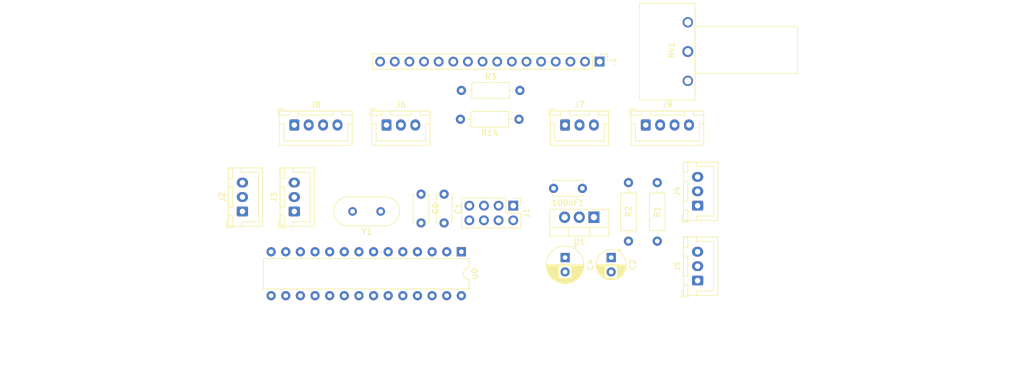
<source format=kicad_pcb>
(kicad_pcb (version 20171130) (host pcbnew "(5.1.6)-1")

  (general
    (thickness 1.6)
    (drawings 13)
    (tracks 0)
    (zones 0)
    (modules 23)
    (nets 30)
  )

  (page A4)
  (layers
    (0 F.Cu signal)
    (31 B.Cu signal)
    (32 B.Adhes user)
    (33 F.Adhes user)
    (34 B.Paste user)
    (35 F.Paste user)
    (36 B.SilkS user)
    (37 F.SilkS user)
    (38 B.Mask user)
    (39 F.Mask user)
    (40 Dwgs.User user)
    (41 Cmts.User user)
    (42 Eco1.User user)
    (43 Eco2.User user)
    (44 Edge.Cuts user)
    (45 Margin user)
    (46 B.CrtYd user)
    (47 F.CrtYd user)
    (48 B.Fab user)
    (49 F.Fab user)
  )

  (setup
    (last_trace_width 0.25)
    (trace_clearance 0.2)
    (zone_clearance 0.508)
    (zone_45_only no)
    (trace_min 0.2)
    (via_size 0.8)
    (via_drill 0.4)
    (via_min_size 0.4)
    (via_min_drill 0.3)
    (uvia_size 0.3)
    (uvia_drill 0.1)
    (uvias_allowed no)
    (uvia_min_size 0.2)
    (uvia_min_drill 0.1)
    (edge_width 0.05)
    (segment_width 0.2)
    (pcb_text_width 0.3)
    (pcb_text_size 1.5 1.5)
    (mod_edge_width 0.12)
    (mod_text_size 1 1)
    (mod_text_width 0.15)
    (pad_size 1.524 1.524)
    (pad_drill 0.762)
    (pad_to_mask_clearance 0.05)
    (aux_axis_origin 0 0)
    (visible_elements 7FFFFFFF)
    (pcbplotparams
      (layerselection 0x010fc_ffffffff)
      (usegerberextensions false)
      (usegerberattributes true)
      (usegerberadvancedattributes true)
      (creategerberjobfile true)
      (excludeedgelayer true)
      (linewidth 0.100000)
      (plotframeref false)
      (viasonmask false)
      (mode 1)
      (useauxorigin false)
      (hpglpennumber 1)
      (hpglpenspeed 20)
      (hpglpendiameter 15.000000)
      (psnegative false)
      (psa4output false)
      (plotreference true)
      (plotvalue true)
      (plotinvisibletext false)
      (padsonsilk false)
      (subtractmaskfromsilk false)
      (outputformat 1)
      (mirror false)
      (drillshape 1)
      (scaleselection 1)
      (outputdirectory ""))
  )

  (net 0 "")
  (net 1 GND)
  (net 2 3.2V)
  (net 3 "Net-(C0-Pad2)")
  (net 4 "Net-(C1-Pad1)")
  (net 5 +5V)
  (net 6 "Net-(J1-Pad7)")
  (net 7 "Net-(J1-Pad6)")
  (net 8 "Net-(J1-Pad4)")
  (net 9 "Net-(J1-Pad3)")
  (net 10 "Net-(J2-Pad1)")
  (net 11 "Net-(J3-Pad1)")
  (net 12 "Net-(J4-Pad1)")
  (net 13 "Net-(J5-Pad1)")
  (net 14 "Net-(R1-Pad1)")
  (net 15 "Net-(.1-Pad15)")
  (net 16 "Net-(.1-Pad14)")
  (net 17 "Net-(.1-Pad13)")
  (net 18 "Net-(.1-Pad12)")
  (net 19 "Net-(.1-Pad11)")
  (net 20 "Net-(.1-Pad5)")
  (net 21 "Net-(.1-Pad4)")
  (net 22 "Net-(.1-Pad3)")
  (net 23 "Net-(J1-Pad5)")
  (net 24 "Net-(J6-Pad1)")
  (net 25 "Net-(J7-Pad1)")
  (net 26 "Net-(J8-Pad4)")
  (net 27 "Net-(J8-Pad3)")
  (net 28 "Net-(J9-Pad4)")
  (net 29 "Net-(J9-Pad3)")

  (net_class Default "This is the default net class."
    (clearance 0.2)
    (trace_width 0.25)
    (via_dia 0.8)
    (via_drill 0.4)
    (uvia_dia 0.3)
    (uvia_drill 0.1)
    (add_net +5V)
    (add_net 3.2V)
    (add_net GND)
    (add_net "Net-(.1-Pad11)")
    (add_net "Net-(.1-Pad12)")
    (add_net "Net-(.1-Pad13)")
    (add_net "Net-(.1-Pad14)")
    (add_net "Net-(.1-Pad15)")
    (add_net "Net-(.1-Pad3)")
    (add_net "Net-(.1-Pad4)")
    (add_net "Net-(.1-Pad5)")
    (add_net "Net-(C0-Pad2)")
    (add_net "Net-(C1-Pad1)")
    (add_net "Net-(J1-Pad3)")
    (add_net "Net-(J1-Pad4)")
    (add_net "Net-(J1-Pad5)")
    (add_net "Net-(J1-Pad6)")
    (add_net "Net-(J1-Pad7)")
    (add_net "Net-(J2-Pad1)")
    (add_net "Net-(J3-Pad1)")
    (add_net "Net-(J4-Pad1)")
    (add_net "Net-(J5-Pad1)")
    (add_net "Net-(J6-Pad1)")
    (add_net "Net-(J7-Pad1)")
    (add_net "Net-(J8-Pad3)")
    (add_net "Net-(J8-Pad4)")
    (add_net "Net-(J9-Pad3)")
    (add_net "Net-(J9-Pad4)")
    (add_net "Net-(R1-Pad1)")
  )

  (module potentiometer_WHT148:WH148 (layer F.Cu) (tedit 5F59E1E2) (tstamp 5F5BD984)
    (at 169 61 90)
    (path /5F5E785F)
    (fp_text reference RV1 (at 0 0.508 90) (layer F.SilkS)
      (effects (font (size 1 1) (thickness 0.15)))
    )
    (fp_text value R_POT (at 0 -1.016 90) (layer F.Fab)
      (effects (font (size 1 1) (thickness 0.15)))
    )
    (fp_line (start -8.636 4.572) (end -8.636 -5.08) (layer F.SilkS) (width 0.12))
    (fp_line (start 8.128 4.572) (end -8.636 4.572) (layer F.SilkS) (width 0.12))
    (fp_line (start 8.128 -5.08) (end 8.128 4.572) (layer F.SilkS) (width 0.12))
    (fp_line (start -8.636 -5.08) (end 8.128 -5.08) (layer F.SilkS) (width 0.12))
    (fp_line (start -9.144 -5.588) (end -9.144 5.08) (layer Dwgs.User) (width 0.12))
    (fp_line (start 8.636 -5.588) (end -9.144 -5.588) (layer Dwgs.User) (width 0.12))
    (fp_line (start 8.636 5.08) (end 8.636 -5.588) (layer Dwgs.User) (width 0.12))
    (fp_line (start -9.144 5.08) (end 8.636 5.08) (layer Dwgs.User) (width 0.12))
    (fp_line (start -4.064 5.08) (end -4.064 12.192) (layer Dwgs.User) (width 0.12))
    (fp_line (start 4.064 12.192) (end 4.064 5.08) (layer Dwgs.User) (width 0.12))
    (fp_line (start -4.064 5.08) (end -4.064 22.352) (layer F.SilkS) (width 0.12))
    (fp_line (start -4.064 22.352) (end 4.064 22.352) (layer F.SilkS) (width 0.12))
    (fp_line (start 4.064 22.352) (end 4.064 5.08) (layer F.SilkS) (width 0.12))
    (fp_line (start 4.064 5.08) (end 4.064 4.572) (layer F.SilkS) (width 0.12))
    (fp_line (start 4.064 4.572) (end -4.064 4.572) (layer F.SilkS) (width 0.12))
    (fp_line (start -4.064 4.572) (end -4.064 5.08) (layer F.SilkS) (width 0.12))
    (pad 3 thru_hole circle (at 4.826 3.302 90) (size 1.8 1.8) (drill 1.2) (layers *.Cu *.Mask)
      (net 1 GND))
    (pad 2 thru_hole circle (at -0.254 3.302 90) (size 1.9 1.9) (drill 1.2) (layers *.Cu *.Mask)
      (net 22 "Net-(.1-Pad3)"))
    (pad 1 thru_hole circle (at -5.334 3.302 90) (size 1.8 1.8) (drill 1.2) (layers *.Cu *.Mask)
      (net 1 GND))
  )

  (module Resistor_THT:R_Axial_DIN0207_L6.3mm_D2.5mm_P10.16mm_Horizontal (layer F.Cu) (tedit 5AE5139B) (tstamp 5F5BD941)
    (at 133 68)
    (descr "Resistor, Axial_DIN0207 series, Axial, Horizontal, pin pitch=10.16mm, 0.25W = 1/4W, length*diameter=6.3*2.5mm^2, http://cdn-reichelt.de/documents/datenblatt/B400/1_4W%23YAG.pdf")
    (tags "Resistor Axial_DIN0207 series Axial Horizontal pin pitch 10.16mm 0.25W = 1/4W length 6.3mm diameter 2.5mm")
    (path /5F65F946)
    (fp_text reference R3 (at 5.08 -2.37) (layer F.SilkS)
      (effects (font (size 1 1) (thickness 0.15)))
    )
    (fp_text value 220ohm (at 5.08 2.37) (layer F.Fab)
      (effects (font (size 1 1) (thickness 0.15)))
    )
    (fp_line (start 1.93 -1.25) (end 1.93 1.25) (layer F.Fab) (width 0.1))
    (fp_line (start 1.93 1.25) (end 8.23 1.25) (layer F.Fab) (width 0.1))
    (fp_line (start 8.23 1.25) (end 8.23 -1.25) (layer F.Fab) (width 0.1))
    (fp_line (start 8.23 -1.25) (end 1.93 -1.25) (layer F.Fab) (width 0.1))
    (fp_line (start 0 0) (end 1.93 0) (layer F.Fab) (width 0.1))
    (fp_line (start 10.16 0) (end 8.23 0) (layer F.Fab) (width 0.1))
    (fp_line (start 1.81 -1.37) (end 1.81 1.37) (layer F.SilkS) (width 0.12))
    (fp_line (start 1.81 1.37) (end 8.35 1.37) (layer F.SilkS) (width 0.12))
    (fp_line (start 8.35 1.37) (end 8.35 -1.37) (layer F.SilkS) (width 0.12))
    (fp_line (start 8.35 -1.37) (end 1.81 -1.37) (layer F.SilkS) (width 0.12))
    (fp_line (start 1.04 0) (end 1.81 0) (layer F.SilkS) (width 0.12))
    (fp_line (start 9.12 0) (end 8.35 0) (layer F.SilkS) (width 0.12))
    (fp_line (start -1.05 -1.5) (end -1.05 1.5) (layer F.CrtYd) (width 0.05))
    (fp_line (start -1.05 1.5) (end 11.21 1.5) (layer F.CrtYd) (width 0.05))
    (fp_line (start 11.21 1.5) (end 11.21 -1.5) (layer F.CrtYd) (width 0.05))
    (fp_line (start 11.21 -1.5) (end -1.05 -1.5) (layer F.CrtYd) (width 0.05))
    (fp_text user %R (at 5.08 0) (layer F.Fab)
      (effects (font (size 1 1) (thickness 0.15)))
    )
    (pad 2 thru_hole oval (at 10.16 0) (size 1.6 1.6) (drill 0.8) (layers *.Cu *.Mask)
      (net 5 +5V))
    (pad 1 thru_hole circle (at 0 0) (size 1.6 1.6) (drill 0.8) (layers *.Cu *.Mask)
      (net 15 "Net-(.1-Pad15)"))
    (model ${KISYS3DMOD}/Resistor_THT.3dshapes/R_Axial_DIN0207_L6.3mm_D2.5mm_P10.16mm_Horizontal.wrl
      (at (xyz 0 0 0))
      (scale (xyz 1 1 1))
      (rotate (xyz 0 0 0))
    )
  )

  (module Connector_JST:JST_XH_B4B-XH-A_1x04_P2.50mm_Vertical (layer F.Cu) (tedit 5C28146C) (tstamp 5F5BD8D2)
    (at 165 74)
    (descr "JST XH series connector, B4B-XH-A (http://www.jst-mfg.com/product/pdf/eng/eXH.pdf), generated with kicad-footprint-generator")
    (tags "connector JST XH vertical")
    (path /5F61D81D)
    (fp_text reference J9 (at 3.75 -3.55) (layer F.SilkS)
      (effects (font (size 1 1) (thickness 0.15)))
    )
    (fp_text value Gim_right (at 3.75 4.6) (layer F.Fab)
      (effects (font (size 1 1) (thickness 0.15)))
    )
    (fp_line (start -2.45 -2.35) (end -2.45 3.4) (layer F.Fab) (width 0.1))
    (fp_line (start -2.45 3.4) (end 9.95 3.4) (layer F.Fab) (width 0.1))
    (fp_line (start 9.95 3.4) (end 9.95 -2.35) (layer F.Fab) (width 0.1))
    (fp_line (start 9.95 -2.35) (end -2.45 -2.35) (layer F.Fab) (width 0.1))
    (fp_line (start -2.56 -2.46) (end -2.56 3.51) (layer F.SilkS) (width 0.12))
    (fp_line (start -2.56 3.51) (end 10.06 3.51) (layer F.SilkS) (width 0.12))
    (fp_line (start 10.06 3.51) (end 10.06 -2.46) (layer F.SilkS) (width 0.12))
    (fp_line (start 10.06 -2.46) (end -2.56 -2.46) (layer F.SilkS) (width 0.12))
    (fp_line (start -2.95 -2.85) (end -2.95 3.9) (layer F.CrtYd) (width 0.05))
    (fp_line (start -2.95 3.9) (end 10.45 3.9) (layer F.CrtYd) (width 0.05))
    (fp_line (start 10.45 3.9) (end 10.45 -2.85) (layer F.CrtYd) (width 0.05))
    (fp_line (start 10.45 -2.85) (end -2.95 -2.85) (layer F.CrtYd) (width 0.05))
    (fp_line (start -0.625 -2.35) (end 0 -1.35) (layer F.Fab) (width 0.1))
    (fp_line (start 0 -1.35) (end 0.625 -2.35) (layer F.Fab) (width 0.1))
    (fp_line (start 0.75 -2.45) (end 0.75 -1.7) (layer F.SilkS) (width 0.12))
    (fp_line (start 0.75 -1.7) (end 6.75 -1.7) (layer F.SilkS) (width 0.12))
    (fp_line (start 6.75 -1.7) (end 6.75 -2.45) (layer F.SilkS) (width 0.12))
    (fp_line (start 6.75 -2.45) (end 0.75 -2.45) (layer F.SilkS) (width 0.12))
    (fp_line (start -2.55 -2.45) (end -2.55 -1.7) (layer F.SilkS) (width 0.12))
    (fp_line (start -2.55 -1.7) (end -0.75 -1.7) (layer F.SilkS) (width 0.12))
    (fp_line (start -0.75 -1.7) (end -0.75 -2.45) (layer F.SilkS) (width 0.12))
    (fp_line (start -0.75 -2.45) (end -2.55 -2.45) (layer F.SilkS) (width 0.12))
    (fp_line (start 8.25 -2.45) (end 8.25 -1.7) (layer F.SilkS) (width 0.12))
    (fp_line (start 8.25 -1.7) (end 10.05 -1.7) (layer F.SilkS) (width 0.12))
    (fp_line (start 10.05 -1.7) (end 10.05 -2.45) (layer F.SilkS) (width 0.12))
    (fp_line (start 10.05 -2.45) (end 8.25 -2.45) (layer F.SilkS) (width 0.12))
    (fp_line (start -2.55 -0.2) (end -1.8 -0.2) (layer F.SilkS) (width 0.12))
    (fp_line (start -1.8 -0.2) (end -1.8 2.75) (layer F.SilkS) (width 0.12))
    (fp_line (start -1.8 2.75) (end 3.75 2.75) (layer F.SilkS) (width 0.12))
    (fp_line (start 10.05 -0.2) (end 9.3 -0.2) (layer F.SilkS) (width 0.12))
    (fp_line (start 9.3 -0.2) (end 9.3 2.75) (layer F.SilkS) (width 0.12))
    (fp_line (start 9.3 2.75) (end 3.75 2.75) (layer F.SilkS) (width 0.12))
    (fp_line (start -1.6 -2.75) (end -2.85 -2.75) (layer F.SilkS) (width 0.12))
    (fp_line (start -2.85 -2.75) (end -2.85 -1.5) (layer F.SilkS) (width 0.12))
    (fp_text user %R (at 3.75 2.7) (layer F.Fab)
      (effects (font (size 1 1) (thickness 0.15)))
    )
    (pad 4 thru_hole oval (at 7.5 0) (size 1.7 1.95) (drill 0.95) (layers *.Cu *.Mask)
      (net 28 "Net-(J9-Pad4)"))
    (pad 3 thru_hole oval (at 5 0) (size 1.7 1.95) (drill 0.95) (layers *.Cu *.Mask)
      (net 29 "Net-(J9-Pad3)"))
    (pad 2 thru_hole oval (at 2.5 0) (size 1.7 1.95) (drill 0.95) (layers *.Cu *.Mask)
      (net 5 +5V))
    (pad 1 thru_hole roundrect (at 0 0) (size 1.7 1.95) (drill 0.95) (layers *.Cu *.Mask) (roundrect_rratio 0.147059)
      (net 1 GND))
    (model ${KISYS3DMOD}/Connector_JST.3dshapes/JST_XH_B4B-XH-A_1x04_P2.50mm_Vertical.wrl
      (at (xyz 0 0 0))
      (scale (xyz 1 1 1))
      (rotate (xyz 0 0 0))
    )
  )

  (module Connector_JST:JST_XH_B4B-XH-A_1x04_P2.50mm_Vertical (layer F.Cu) (tedit 5C28146C) (tstamp 5F5BD8A7)
    (at 104 74)
    (descr "JST XH series connector, B4B-XH-A (http://www.jst-mfg.com/product/pdf/eng/eXH.pdf), generated with kicad-footprint-generator")
    (tags "connector JST XH vertical")
    (path /5F61B9B4)
    (fp_text reference J8 (at 3.75 -3.55) (layer F.SilkS)
      (effects (font (size 1 1) (thickness 0.15)))
    )
    (fp_text value Gim_left (at 3.75 4.6) (layer F.Fab)
      (effects (font (size 1 1) (thickness 0.15)))
    )
    (fp_line (start -2.45 -2.35) (end -2.45 3.4) (layer F.Fab) (width 0.1))
    (fp_line (start -2.45 3.4) (end 9.95 3.4) (layer F.Fab) (width 0.1))
    (fp_line (start 9.95 3.4) (end 9.95 -2.35) (layer F.Fab) (width 0.1))
    (fp_line (start 9.95 -2.35) (end -2.45 -2.35) (layer F.Fab) (width 0.1))
    (fp_line (start -2.56 -2.46) (end -2.56 3.51) (layer F.SilkS) (width 0.12))
    (fp_line (start -2.56 3.51) (end 10.06 3.51) (layer F.SilkS) (width 0.12))
    (fp_line (start 10.06 3.51) (end 10.06 -2.46) (layer F.SilkS) (width 0.12))
    (fp_line (start 10.06 -2.46) (end -2.56 -2.46) (layer F.SilkS) (width 0.12))
    (fp_line (start -2.95 -2.85) (end -2.95 3.9) (layer F.CrtYd) (width 0.05))
    (fp_line (start -2.95 3.9) (end 10.45 3.9) (layer F.CrtYd) (width 0.05))
    (fp_line (start 10.45 3.9) (end 10.45 -2.85) (layer F.CrtYd) (width 0.05))
    (fp_line (start 10.45 -2.85) (end -2.95 -2.85) (layer F.CrtYd) (width 0.05))
    (fp_line (start -0.625 -2.35) (end 0 -1.35) (layer F.Fab) (width 0.1))
    (fp_line (start 0 -1.35) (end 0.625 -2.35) (layer F.Fab) (width 0.1))
    (fp_line (start 0.75 -2.45) (end 0.75 -1.7) (layer F.SilkS) (width 0.12))
    (fp_line (start 0.75 -1.7) (end 6.75 -1.7) (layer F.SilkS) (width 0.12))
    (fp_line (start 6.75 -1.7) (end 6.75 -2.45) (layer F.SilkS) (width 0.12))
    (fp_line (start 6.75 -2.45) (end 0.75 -2.45) (layer F.SilkS) (width 0.12))
    (fp_line (start -2.55 -2.45) (end -2.55 -1.7) (layer F.SilkS) (width 0.12))
    (fp_line (start -2.55 -1.7) (end -0.75 -1.7) (layer F.SilkS) (width 0.12))
    (fp_line (start -0.75 -1.7) (end -0.75 -2.45) (layer F.SilkS) (width 0.12))
    (fp_line (start -0.75 -2.45) (end -2.55 -2.45) (layer F.SilkS) (width 0.12))
    (fp_line (start 8.25 -2.45) (end 8.25 -1.7) (layer F.SilkS) (width 0.12))
    (fp_line (start 8.25 -1.7) (end 10.05 -1.7) (layer F.SilkS) (width 0.12))
    (fp_line (start 10.05 -1.7) (end 10.05 -2.45) (layer F.SilkS) (width 0.12))
    (fp_line (start 10.05 -2.45) (end 8.25 -2.45) (layer F.SilkS) (width 0.12))
    (fp_line (start -2.55 -0.2) (end -1.8 -0.2) (layer F.SilkS) (width 0.12))
    (fp_line (start -1.8 -0.2) (end -1.8 2.75) (layer F.SilkS) (width 0.12))
    (fp_line (start -1.8 2.75) (end 3.75 2.75) (layer F.SilkS) (width 0.12))
    (fp_line (start 10.05 -0.2) (end 9.3 -0.2) (layer F.SilkS) (width 0.12))
    (fp_line (start 9.3 -0.2) (end 9.3 2.75) (layer F.SilkS) (width 0.12))
    (fp_line (start 9.3 2.75) (end 3.75 2.75) (layer F.SilkS) (width 0.12))
    (fp_line (start -1.6 -2.75) (end -2.85 -2.75) (layer F.SilkS) (width 0.12))
    (fp_line (start -2.85 -2.75) (end -2.85 -1.5) (layer F.SilkS) (width 0.12))
    (fp_text user %R (at 3.75 2.7) (layer F.Fab)
      (effects (font (size 1 1) (thickness 0.15)))
    )
    (pad 4 thru_hole oval (at 7.5 0) (size 1.7 1.95) (drill 0.95) (layers *.Cu *.Mask)
      (net 26 "Net-(J8-Pad4)"))
    (pad 3 thru_hole oval (at 5 0) (size 1.7 1.95) (drill 0.95) (layers *.Cu *.Mask)
      (net 27 "Net-(J8-Pad3)"))
    (pad 2 thru_hole oval (at 2.5 0) (size 1.7 1.95) (drill 0.95) (layers *.Cu *.Mask)
      (net 5 +5V))
    (pad 1 thru_hole roundrect (at 0 0) (size 1.7 1.95) (drill 0.95) (layers *.Cu *.Mask) (roundrect_rratio 0.147059)
      (net 1 GND))
    (model ${KISYS3DMOD}/Connector_JST.3dshapes/JST_XH_B4B-XH-A_1x04_P2.50mm_Vertical.wrl
      (at (xyz 0 0 0))
      (scale (xyz 1 1 1))
      (rotate (xyz 0 0 0))
    )
  )

  (module Connector_JST:JST_XH_B3B-XH-A_1x03_P2.50mm_Vertical (layer F.Cu) (tedit 5C28146C) (tstamp 5F5BD87C)
    (at 151 74)
    (descr "JST XH series connector, B3B-XH-A (http://www.jst-mfg.com/product/pdf/eng/eXH.pdf), generated with kicad-footprint-generator")
    (tags "connector JST XH vertical")
    (path /5F5D3EBD)
    (fp_text reference J7 (at 2.5 -3.55) (layer F.SilkS)
      (effects (font (size 1 1) (thickness 0.15)))
    )
    (fp_text value "left + right" (at 2.5 4.6) (layer F.Fab)
      (effects (font (size 1 1) (thickness 0.15)))
    )
    (fp_line (start -2.45 -2.35) (end -2.45 3.4) (layer F.Fab) (width 0.1))
    (fp_line (start -2.45 3.4) (end 7.45 3.4) (layer F.Fab) (width 0.1))
    (fp_line (start 7.45 3.4) (end 7.45 -2.35) (layer F.Fab) (width 0.1))
    (fp_line (start 7.45 -2.35) (end -2.45 -2.35) (layer F.Fab) (width 0.1))
    (fp_line (start -2.56 -2.46) (end -2.56 3.51) (layer F.SilkS) (width 0.12))
    (fp_line (start -2.56 3.51) (end 7.56 3.51) (layer F.SilkS) (width 0.12))
    (fp_line (start 7.56 3.51) (end 7.56 -2.46) (layer F.SilkS) (width 0.12))
    (fp_line (start 7.56 -2.46) (end -2.56 -2.46) (layer F.SilkS) (width 0.12))
    (fp_line (start -2.95 -2.85) (end -2.95 3.9) (layer F.CrtYd) (width 0.05))
    (fp_line (start -2.95 3.9) (end 7.95 3.9) (layer F.CrtYd) (width 0.05))
    (fp_line (start 7.95 3.9) (end 7.95 -2.85) (layer F.CrtYd) (width 0.05))
    (fp_line (start 7.95 -2.85) (end -2.95 -2.85) (layer F.CrtYd) (width 0.05))
    (fp_line (start -0.625 -2.35) (end 0 -1.35) (layer F.Fab) (width 0.1))
    (fp_line (start 0 -1.35) (end 0.625 -2.35) (layer F.Fab) (width 0.1))
    (fp_line (start 0.75 -2.45) (end 0.75 -1.7) (layer F.SilkS) (width 0.12))
    (fp_line (start 0.75 -1.7) (end 4.25 -1.7) (layer F.SilkS) (width 0.12))
    (fp_line (start 4.25 -1.7) (end 4.25 -2.45) (layer F.SilkS) (width 0.12))
    (fp_line (start 4.25 -2.45) (end 0.75 -2.45) (layer F.SilkS) (width 0.12))
    (fp_line (start -2.55 -2.45) (end -2.55 -1.7) (layer F.SilkS) (width 0.12))
    (fp_line (start -2.55 -1.7) (end -0.75 -1.7) (layer F.SilkS) (width 0.12))
    (fp_line (start -0.75 -1.7) (end -0.75 -2.45) (layer F.SilkS) (width 0.12))
    (fp_line (start -0.75 -2.45) (end -2.55 -2.45) (layer F.SilkS) (width 0.12))
    (fp_line (start 5.75 -2.45) (end 5.75 -1.7) (layer F.SilkS) (width 0.12))
    (fp_line (start 5.75 -1.7) (end 7.55 -1.7) (layer F.SilkS) (width 0.12))
    (fp_line (start 7.55 -1.7) (end 7.55 -2.45) (layer F.SilkS) (width 0.12))
    (fp_line (start 7.55 -2.45) (end 5.75 -2.45) (layer F.SilkS) (width 0.12))
    (fp_line (start -2.55 -0.2) (end -1.8 -0.2) (layer F.SilkS) (width 0.12))
    (fp_line (start -1.8 -0.2) (end -1.8 2.75) (layer F.SilkS) (width 0.12))
    (fp_line (start -1.8 2.75) (end 2.5 2.75) (layer F.SilkS) (width 0.12))
    (fp_line (start 7.55 -0.2) (end 6.8 -0.2) (layer F.SilkS) (width 0.12))
    (fp_line (start 6.8 -0.2) (end 6.8 2.75) (layer F.SilkS) (width 0.12))
    (fp_line (start 6.8 2.75) (end 2.5 2.75) (layer F.SilkS) (width 0.12))
    (fp_line (start -1.6 -2.75) (end -2.85 -2.75) (layer F.SilkS) (width 0.12))
    (fp_line (start -2.85 -2.75) (end -2.85 -1.5) (layer F.SilkS) (width 0.12))
    (fp_text user %R (at 2.5 2.7) (layer F.Fab)
      (effects (font (size 1 1) (thickness 0.15)))
    )
    (pad 3 thru_hole oval (at 5 0) (size 1.7 1.95) (drill 0.95) (layers *.Cu *.Mask)
      (net 5 +5V))
    (pad 2 thru_hole oval (at 2.5 0) (size 1.7 1.95) (drill 0.95) (layers *.Cu *.Mask)
      (net 24 "Net-(J6-Pad1)"))
    (pad 1 thru_hole roundrect (at 0 0) (size 1.7 1.95) (drill 0.95) (layers *.Cu *.Mask) (roundrect_rratio 0.147059)
      (net 25 "Net-(J7-Pad1)"))
    (model ${KISYS3DMOD}/Connector_JST.3dshapes/JST_XH_B3B-XH-A_1x03_P2.50mm_Vertical.wrl
      (at (xyz 0 0 0))
      (scale (xyz 1 1 1))
      (rotate (xyz 0 0 0))
    )
  )

  (module Connector_JST:JST_XH_B3B-XH-A_1x03_P2.50mm_Vertical (layer F.Cu) (tedit 5C28146C) (tstamp 5F5BD852)
    (at 120 74)
    (descr "JST XH series connector, B3B-XH-A (http://www.jst-mfg.com/product/pdf/eng/eXH.pdf), generated with kicad-footprint-generator")
    (tags "connector JST XH vertical")
    (path /5F5D27D0)
    (fp_text reference J6 (at 2.5 -3.55) (layer F.SilkS)
      (effects (font (size 1 1) (thickness 0.15)))
    )
    (fp_text value "menu + OK" (at 2.5 4.6) (layer F.Fab)
      (effects (font (size 1 1) (thickness 0.15)))
    )
    (fp_line (start -2.45 -2.35) (end -2.45 3.4) (layer F.Fab) (width 0.1))
    (fp_line (start -2.45 3.4) (end 7.45 3.4) (layer F.Fab) (width 0.1))
    (fp_line (start 7.45 3.4) (end 7.45 -2.35) (layer F.Fab) (width 0.1))
    (fp_line (start 7.45 -2.35) (end -2.45 -2.35) (layer F.Fab) (width 0.1))
    (fp_line (start -2.56 -2.46) (end -2.56 3.51) (layer F.SilkS) (width 0.12))
    (fp_line (start -2.56 3.51) (end 7.56 3.51) (layer F.SilkS) (width 0.12))
    (fp_line (start 7.56 3.51) (end 7.56 -2.46) (layer F.SilkS) (width 0.12))
    (fp_line (start 7.56 -2.46) (end -2.56 -2.46) (layer F.SilkS) (width 0.12))
    (fp_line (start -2.95 -2.85) (end -2.95 3.9) (layer F.CrtYd) (width 0.05))
    (fp_line (start -2.95 3.9) (end 7.95 3.9) (layer F.CrtYd) (width 0.05))
    (fp_line (start 7.95 3.9) (end 7.95 -2.85) (layer F.CrtYd) (width 0.05))
    (fp_line (start 7.95 -2.85) (end -2.95 -2.85) (layer F.CrtYd) (width 0.05))
    (fp_line (start -0.625 -2.35) (end 0 -1.35) (layer F.Fab) (width 0.1))
    (fp_line (start 0 -1.35) (end 0.625 -2.35) (layer F.Fab) (width 0.1))
    (fp_line (start 0.75 -2.45) (end 0.75 -1.7) (layer F.SilkS) (width 0.12))
    (fp_line (start 0.75 -1.7) (end 4.25 -1.7) (layer F.SilkS) (width 0.12))
    (fp_line (start 4.25 -1.7) (end 4.25 -2.45) (layer F.SilkS) (width 0.12))
    (fp_line (start 4.25 -2.45) (end 0.75 -2.45) (layer F.SilkS) (width 0.12))
    (fp_line (start -2.55 -2.45) (end -2.55 -1.7) (layer F.SilkS) (width 0.12))
    (fp_line (start -2.55 -1.7) (end -0.75 -1.7) (layer F.SilkS) (width 0.12))
    (fp_line (start -0.75 -1.7) (end -0.75 -2.45) (layer F.SilkS) (width 0.12))
    (fp_line (start -0.75 -2.45) (end -2.55 -2.45) (layer F.SilkS) (width 0.12))
    (fp_line (start 5.75 -2.45) (end 5.75 -1.7) (layer F.SilkS) (width 0.12))
    (fp_line (start 5.75 -1.7) (end 7.55 -1.7) (layer F.SilkS) (width 0.12))
    (fp_line (start 7.55 -1.7) (end 7.55 -2.45) (layer F.SilkS) (width 0.12))
    (fp_line (start 7.55 -2.45) (end 5.75 -2.45) (layer F.SilkS) (width 0.12))
    (fp_line (start -2.55 -0.2) (end -1.8 -0.2) (layer F.SilkS) (width 0.12))
    (fp_line (start -1.8 -0.2) (end -1.8 2.75) (layer F.SilkS) (width 0.12))
    (fp_line (start -1.8 2.75) (end 2.5 2.75) (layer F.SilkS) (width 0.12))
    (fp_line (start 7.55 -0.2) (end 6.8 -0.2) (layer F.SilkS) (width 0.12))
    (fp_line (start 6.8 -0.2) (end 6.8 2.75) (layer F.SilkS) (width 0.12))
    (fp_line (start 6.8 2.75) (end 2.5 2.75) (layer F.SilkS) (width 0.12))
    (fp_line (start -1.6 -2.75) (end -2.85 -2.75) (layer F.SilkS) (width 0.12))
    (fp_line (start -2.85 -2.75) (end -2.85 -1.5) (layer F.SilkS) (width 0.12))
    (fp_text user %R (at 0.3 0.1) (layer F.Fab)
      (effects (font (size 1 1) (thickness 0.15)))
    )
    (pad 3 thru_hole oval (at 5 0) (size 1.7 1.95) (drill 0.95) (layers *.Cu *.Mask)
      (net 5 +5V))
    (pad 2 thru_hole oval (at 2.5 0) (size 1.7 1.95) (drill 0.95) (layers *.Cu *.Mask)
      (net 13 "Net-(J5-Pad1)"))
    (pad 1 thru_hole roundrect (at 0 0) (size 1.7 1.95) (drill 0.95) (layers *.Cu *.Mask) (roundrect_rratio 0.147059)
      (net 24 "Net-(J6-Pad1)"))
    (model ${KISYS3DMOD}/Connector_JST.3dshapes/JST_XH_B3B-XH-A_1x03_P2.50mm_Vertical.wrl
      (at (xyz 0 0 0))
      (scale (xyz 1 1 1))
      (rotate (xyz 0 0 0))
    )
  )

  (module Connector_PinHeader_2.54mm:PinHeader_1x16_P2.54mm_Vertical (layer F.Cu) (tedit 59FED5CC) (tstamp 5F5BD402)
    (at 157 63 270)
    (descr "Through hole straight pin header, 1x16, 2.54mm pitch, single row")
    (tags "Through hole pin header THT 1x16 2.54mm single row")
    (path /5F5C374A)
    (fp_text reference .1 (at 0 -2.33 90) (layer F.SilkS)
      (effects (font (size 1 1) (thickness 0.15)))
    )
    (fp_text value BTC-2004B (at 0 40.43 90) (layer F.Fab)
      (effects (font (size 1 1) (thickness 0.15)))
    )
    (fp_line (start -0.635 -1.27) (end 1.27 -1.27) (layer F.Fab) (width 0.1))
    (fp_line (start 1.27 -1.27) (end 1.27 39.37) (layer F.Fab) (width 0.1))
    (fp_line (start 1.27 39.37) (end -1.27 39.37) (layer F.Fab) (width 0.1))
    (fp_line (start -1.27 39.37) (end -1.27 -0.635) (layer F.Fab) (width 0.1))
    (fp_line (start -1.27 -0.635) (end -0.635 -1.27) (layer F.Fab) (width 0.1))
    (fp_line (start -1.33 39.43) (end 1.33 39.43) (layer F.SilkS) (width 0.12))
    (fp_line (start -1.33 1.27) (end -1.33 39.43) (layer F.SilkS) (width 0.12))
    (fp_line (start 1.33 1.27) (end 1.33 39.43) (layer F.SilkS) (width 0.12))
    (fp_line (start -1.33 1.27) (end 1.33 1.27) (layer F.SilkS) (width 0.12))
    (fp_line (start -1.33 0) (end -1.33 -1.33) (layer F.SilkS) (width 0.12))
    (fp_line (start -1.33 -1.33) (end 0 -1.33) (layer F.SilkS) (width 0.12))
    (fp_line (start -1.8 -1.8) (end -1.8 39.9) (layer F.CrtYd) (width 0.05))
    (fp_line (start -1.8 39.9) (end 1.8 39.9) (layer F.CrtYd) (width 0.05))
    (fp_line (start 1.8 39.9) (end 1.8 -1.8) (layer F.CrtYd) (width 0.05))
    (fp_line (start 1.8 -1.8) (end -1.8 -1.8) (layer F.CrtYd) (width 0.05))
    (fp_text user %R (at 0 19.05) (layer F.Fab)
      (effects (font (size 1 1) (thickness 0.15)))
    )
    (pad 16 thru_hole oval (at 0 38.1 270) (size 1.7 1.7) (drill 1) (layers *.Cu *.Mask)
      (net 1 GND))
    (pad 15 thru_hole oval (at 0 35.56 270) (size 1.7 1.7) (drill 1) (layers *.Cu *.Mask)
      (net 15 "Net-(.1-Pad15)"))
    (pad 14 thru_hole oval (at 0 33.02 270) (size 1.7 1.7) (drill 1) (layers *.Cu *.Mask)
      (net 16 "Net-(.1-Pad14)"))
    (pad 13 thru_hole oval (at 0 30.48 270) (size 1.7 1.7) (drill 1) (layers *.Cu *.Mask)
      (net 17 "Net-(.1-Pad13)"))
    (pad 12 thru_hole oval (at 0 27.94 270) (size 1.7 1.7) (drill 1) (layers *.Cu *.Mask)
      (net 18 "Net-(.1-Pad12)"))
    (pad 11 thru_hole oval (at 0 25.4 270) (size 1.7 1.7) (drill 1) (layers *.Cu *.Mask)
      (net 19 "Net-(.1-Pad11)"))
    (pad 10 thru_hole oval (at 0 22.86 270) (size 1.7 1.7) (drill 1) (layers *.Cu *.Mask))
    (pad 9 thru_hole oval (at 0 20.32 270) (size 1.7 1.7) (drill 1) (layers *.Cu *.Mask))
    (pad 8 thru_hole oval (at 0 17.78 270) (size 1.7 1.7) (drill 1) (layers *.Cu *.Mask))
    (pad 7 thru_hole oval (at 0 15.24 270) (size 1.7 1.7) (drill 1) (layers *.Cu *.Mask))
    (pad 6 thru_hole oval (at 0 12.7 270) (size 1.7 1.7) (drill 1) (layers *.Cu *.Mask)
      (net 1 GND))
    (pad 5 thru_hole oval (at 0 10.16 270) (size 1.7 1.7) (drill 1) (layers *.Cu *.Mask)
      (net 20 "Net-(.1-Pad5)"))
    (pad 4 thru_hole oval (at 0 7.62 270) (size 1.7 1.7) (drill 1) (layers *.Cu *.Mask)
      (net 21 "Net-(.1-Pad4)"))
    (pad 3 thru_hole oval (at 0 5.08 270) (size 1.7 1.7) (drill 1) (layers *.Cu *.Mask)
      (net 22 "Net-(.1-Pad3)"))
    (pad 2 thru_hole oval (at 0 2.54 270) (size 1.7 1.7) (drill 1) (layers *.Cu *.Mask)
      (net 5 +5V))
    (pad 1 thru_hole rect (at 0 0 270) (size 1.7 1.7) (drill 1) (layers *.Cu *.Mask)
      (net 1 GND))
    (model ${KISYS3DMOD}/Connector_PinHeader_2.54mm.3dshapes/PinHeader_1x16_P2.54mm_Vertical.wrl
      (at (xyz 0 0 0))
      (scale (xyz 1 1 1))
      (rotate (xyz 0 0 0))
    )
  )

  (module Crystal:Crystal_HC49-4H_Vertical (layer F.Cu) (tedit 5A1AD3B7) (tstamp 5F59798B)
    (at 119 89 180)
    (descr "Crystal THT HC-49-4H http://5hertz.com/pdfs/04404_D.pdf")
    (tags "THT crystalHC-49-4H")
    (path /5F4C630D)
    (fp_text reference Y1 (at 2.44 -3.525) (layer F.SilkS)
      (effects (font (size 1 1) (thickness 0.15)))
    )
    (fp_text value Crystal-16Mhz (at 2.44 3.525) (layer F.Fab)
      (effects (font (size 1 1) (thickness 0.15)))
    )
    (fp_line (start -0.76 -2.325) (end 5.64 -2.325) (layer F.Fab) (width 0.1))
    (fp_line (start -0.76 2.325) (end 5.64 2.325) (layer F.Fab) (width 0.1))
    (fp_line (start -0.56 -2) (end 5.44 -2) (layer F.Fab) (width 0.1))
    (fp_line (start -0.56 2) (end 5.44 2) (layer F.Fab) (width 0.1))
    (fp_line (start -0.76 -2.525) (end 5.64 -2.525) (layer F.SilkS) (width 0.12))
    (fp_line (start -0.76 2.525) (end 5.64 2.525) (layer F.SilkS) (width 0.12))
    (fp_line (start -3.6 -2.8) (end -3.6 2.8) (layer F.CrtYd) (width 0.05))
    (fp_line (start -3.6 2.8) (end 8.5 2.8) (layer F.CrtYd) (width 0.05))
    (fp_line (start 8.5 2.8) (end 8.5 -2.8) (layer F.CrtYd) (width 0.05))
    (fp_line (start 8.5 -2.8) (end -3.6 -2.8) (layer F.CrtYd) (width 0.05))
    (fp_arc (start 5.64 0) (end 5.64 -2.525) (angle 180) (layer F.SilkS) (width 0.12))
    (fp_arc (start -0.76 0) (end -0.76 -2.525) (angle -180) (layer F.SilkS) (width 0.12))
    (fp_arc (start 5.44 0) (end 5.44 -2) (angle 180) (layer F.Fab) (width 0.1))
    (fp_arc (start -0.56 0) (end -0.56 -2) (angle -180) (layer F.Fab) (width 0.1))
    (fp_arc (start 5.64 0) (end 5.64 -2.325) (angle 180) (layer F.Fab) (width 0.1))
    (fp_arc (start -0.76 0) (end -0.76 -2.325) (angle -180) (layer F.Fab) (width 0.1))
    (fp_text user %R (at 2.44 0) (layer F.Fab)
      (effects (font (size 1 1) (thickness 0.15)))
    )
    (pad 2 thru_hole circle (at 4.88 0 180) (size 1.5 1.5) (drill 0.8) (layers *.Cu *.Mask)
      (net 4 "Net-(C1-Pad1)"))
    (pad 1 thru_hole circle (at 0 0 180) (size 1.5 1.5) (drill 0.8) (layers *.Cu *.Mask)
      (net 3 "Net-(C0-Pad2)"))
    (model ${KISYS3DMOD}/Crystal.3dshapes/Crystal_HC49-4H_Vertical.wrl
      (at (xyz 0 0 0))
      (scale (xyz 1 1 1))
      (rotate (xyz 0 0 0))
    )
  )

  (module Package_TO_SOT_THT:TO-220-3_Vertical (layer F.Cu) (tedit 5AC8BA0D) (tstamp 5F597974)
    (at 156 90 180)
    (descr "TO-220-3, Vertical, RM 2.54mm, see https://www.vishay.com/docs/66542/to-220-1.pdf")
    (tags "TO-220-3 Vertical RM 2.54mm")
    (path /5F4CF46E)
    (fp_text reference U1 (at 2.54 -4.27) (layer F.SilkS)
      (effects (font (size 1 1) (thickness 0.15)))
    )
    (fp_text value LM317_TO-220 (at 2.54 2.5) (layer F.Fab)
      (effects (font (size 1 1) (thickness 0.15)))
    )
    (fp_line (start -2.46 -3.15) (end -2.46 1.25) (layer F.Fab) (width 0.1))
    (fp_line (start -2.46 1.25) (end 7.54 1.25) (layer F.Fab) (width 0.1))
    (fp_line (start 7.54 1.25) (end 7.54 -3.15) (layer F.Fab) (width 0.1))
    (fp_line (start 7.54 -3.15) (end -2.46 -3.15) (layer F.Fab) (width 0.1))
    (fp_line (start -2.46 -1.88) (end 7.54 -1.88) (layer F.Fab) (width 0.1))
    (fp_line (start 0.69 -3.15) (end 0.69 -1.88) (layer F.Fab) (width 0.1))
    (fp_line (start 4.39 -3.15) (end 4.39 -1.88) (layer F.Fab) (width 0.1))
    (fp_line (start -2.58 -3.27) (end 7.66 -3.27) (layer F.SilkS) (width 0.12))
    (fp_line (start -2.58 1.371) (end 7.66 1.371) (layer F.SilkS) (width 0.12))
    (fp_line (start -2.58 -3.27) (end -2.58 1.371) (layer F.SilkS) (width 0.12))
    (fp_line (start 7.66 -3.27) (end 7.66 1.371) (layer F.SilkS) (width 0.12))
    (fp_line (start -2.58 -1.76) (end 7.66 -1.76) (layer F.SilkS) (width 0.12))
    (fp_line (start 0.69 -3.27) (end 0.69 -1.76) (layer F.SilkS) (width 0.12))
    (fp_line (start 4.391 -3.27) (end 4.391 -1.76) (layer F.SilkS) (width 0.12))
    (fp_line (start -2.71 -3.4) (end -2.71 1.51) (layer F.CrtYd) (width 0.05))
    (fp_line (start -2.71 1.51) (end 7.79 1.51) (layer F.CrtYd) (width 0.05))
    (fp_line (start 7.79 1.51) (end 7.79 -3.4) (layer F.CrtYd) (width 0.05))
    (fp_line (start 7.79 -3.4) (end -2.71 -3.4) (layer F.CrtYd) (width 0.05))
    (fp_text user %R (at 2.54 -4.27) (layer F.Fab)
      (effects (font (size 1 1) (thickness 0.15)))
    )
    (pad 3 thru_hole oval (at 5.08 0 180) (size 1.905 2) (drill 1.1) (layers *.Cu *.Mask)
      (net 5 +5V))
    (pad 2 thru_hole oval (at 2.54 0 180) (size 1.905 2) (drill 1.1) (layers *.Cu *.Mask)
      (net 2 3.2V))
    (pad 1 thru_hole rect (at 0 0 180) (size 1.905 2) (drill 1.1) (layers *.Cu *.Mask)
      (net 14 "Net-(R1-Pad1)"))
    (model ${KISYS3DMOD}/Package_TO_SOT_THT.3dshapes/TO-220-3_Vertical.wrl
      (at (xyz 0 0 0))
      (scale (xyz 1 1 1))
      (rotate (xyz 0 0 0))
    )
  )

  (module Package_DIP:DIP-28_W7.62mm (layer F.Cu) (tedit 5A02E8C5) (tstamp 5F59795A)
    (at 133 96 270)
    (descr "28-lead though-hole mounted DIP package, row spacing 7.62 mm (300 mils)")
    (tags "THT DIP DIL PDIP 2.54mm 7.62mm 300mil")
    (path /5F4BE18A)
    (fp_text reference U0 (at 3.81 -2.33 90) (layer F.SilkS)
      (effects (font (size 1 1) (thickness 0.15)))
    )
    (fp_text value ATmega328P-PU (at 3.81 35.35 90) (layer F.Fab)
      (effects (font (size 1 1) (thickness 0.15)))
    )
    (fp_line (start 1.635 -1.27) (end 6.985 -1.27) (layer F.Fab) (width 0.1))
    (fp_line (start 6.985 -1.27) (end 6.985 34.29) (layer F.Fab) (width 0.1))
    (fp_line (start 6.985 34.29) (end 0.635 34.29) (layer F.Fab) (width 0.1))
    (fp_line (start 0.635 34.29) (end 0.635 -0.27) (layer F.Fab) (width 0.1))
    (fp_line (start 0.635 -0.27) (end 1.635 -1.27) (layer F.Fab) (width 0.1))
    (fp_line (start 2.81 -1.33) (end 1.16 -1.33) (layer F.SilkS) (width 0.12))
    (fp_line (start 1.16 -1.33) (end 1.16 34.35) (layer F.SilkS) (width 0.12))
    (fp_line (start 1.16 34.35) (end 6.46 34.35) (layer F.SilkS) (width 0.12))
    (fp_line (start 6.46 34.35) (end 6.46 -1.33) (layer F.SilkS) (width 0.12))
    (fp_line (start 6.46 -1.33) (end 4.81 -1.33) (layer F.SilkS) (width 0.12))
    (fp_line (start -1.1 -1.55) (end -1.1 34.55) (layer F.CrtYd) (width 0.05))
    (fp_line (start -1.1 34.55) (end 8.7 34.55) (layer F.CrtYd) (width 0.05))
    (fp_line (start 8.7 34.55) (end 8.7 -1.55) (layer F.CrtYd) (width 0.05))
    (fp_line (start 8.7 -1.55) (end -1.1 -1.55) (layer F.CrtYd) (width 0.05))
    (fp_text user %R (at 3.81 16.51 90) (layer F.Fab)
      (effects (font (size 1 1) (thickness 0.15)))
    )
    (fp_arc (start 3.81 -1.33) (end 2.81 -1.33) (angle -180) (layer F.SilkS) (width 0.12))
    (pad 28 thru_hole oval (at 7.62 0 270) (size 1.6 1.6) (drill 0.8) (layers *.Cu *.Mask))
    (pad 14 thru_hole oval (at 0 33.02 270) (size 1.6 1.6) (drill 0.8) (layers *.Cu *.Mask)
      (net 16 "Net-(.1-Pad14)"))
    (pad 27 thru_hole oval (at 7.62 2.54 270) (size 1.6 1.6) (drill 0.8) (layers *.Cu *.Mask)
      (net 25 "Net-(J7-Pad1)"))
    (pad 13 thru_hole oval (at 0 30.48 270) (size 1.6 1.6) (drill 0.8) (layers *.Cu *.Mask)
      (net 17 "Net-(.1-Pad13)"))
    (pad 26 thru_hole oval (at 7.62 5.08 270) (size 1.6 1.6) (drill 0.8) (layers *.Cu *.Mask)
      (net 26 "Net-(J8-Pad4)"))
    (pad 12 thru_hole oval (at 0 27.94 270) (size 1.6 1.6) (drill 0.8) (layers *.Cu *.Mask)
      (net 18 "Net-(.1-Pad12)"))
    (pad 25 thru_hole oval (at 7.62 7.62 270) (size 1.6 1.6) (drill 0.8) (layers *.Cu *.Mask)
      (net 27 "Net-(J8-Pad3)"))
    (pad 11 thru_hole oval (at 0 25.4 270) (size 1.6 1.6) (drill 0.8) (layers *.Cu *.Mask)
      (net 19 "Net-(.1-Pad11)"))
    (pad 24 thru_hole oval (at 7.62 10.16 270) (size 1.6 1.6) (drill 0.8) (layers *.Cu *.Mask)
      (net 28 "Net-(J9-Pad4)"))
    (pad 10 thru_hole oval (at 0 22.86 270) (size 1.6 1.6) (drill 0.8) (layers *.Cu *.Mask)
      (net 4 "Net-(C1-Pad1)"))
    (pad 23 thru_hole oval (at 7.62 12.7 270) (size 1.6 1.6) (drill 0.8) (layers *.Cu *.Mask)
      (net 29 "Net-(J9-Pad3)"))
    (pad 9 thru_hole oval (at 0 20.32 270) (size 1.6 1.6) (drill 0.8) (layers *.Cu *.Mask)
      (net 3 "Net-(C0-Pad2)"))
    (pad 22 thru_hole oval (at 7.62 15.24 270) (size 1.6 1.6) (drill 0.8) (layers *.Cu *.Mask)
      (net 1 GND))
    (pad 8 thru_hole oval (at 0 17.78 270) (size 1.6 1.6) (drill 0.8) (layers *.Cu *.Mask)
      (net 1 GND))
    (pad 21 thru_hole oval (at 7.62 17.78 270) (size 1.6 1.6) (drill 0.8) (layers *.Cu *.Mask))
    (pad 7 thru_hole oval (at 0 15.24 270) (size 1.6 1.6) (drill 0.8) (layers *.Cu *.Mask)
      (net 5 +5V))
    (pad 20 thru_hole oval (at 7.62 20.32 270) (size 1.6 1.6) (drill 0.8) (layers *.Cu *.Mask))
    (pad 6 thru_hole oval (at 0 12.7 270) (size 1.6 1.6) (drill 0.8) (layers *.Cu *.Mask)
      (net 20 "Net-(.1-Pad5)"))
    (pad 19 thru_hole oval (at 7.62 22.86 270) (size 1.6 1.6) (drill 0.8) (layers *.Cu *.Mask)
      (net 23 "Net-(J1-Pad5)"))
    (pad 5 thru_hole oval (at 0 10.16 270) (size 1.6 1.6) (drill 0.8) (layers *.Cu *.Mask)
      (net 21 "Net-(.1-Pad4)"))
    (pad 18 thru_hole oval (at 7.62 25.4 270) (size 1.6 1.6) (drill 0.8) (layers *.Cu *.Mask)
      (net 6 "Net-(J1-Pad7)"))
    (pad 4 thru_hole oval (at 0 7.62 270) (size 1.6 1.6) (drill 0.8) (layers *.Cu *.Mask))
    (pad 17 thru_hole oval (at 7.62 27.94 270) (size 1.6 1.6) (drill 0.8) (layers *.Cu *.Mask)
      (net 7 "Net-(J1-Pad6)"))
    (pad 3 thru_hole oval (at 0 5.08 270) (size 1.6 1.6) (drill 0.8) (layers *.Cu *.Mask))
    (pad 16 thru_hole oval (at 7.62 30.48 270) (size 1.6 1.6) (drill 0.8) (layers *.Cu *.Mask)
      (net 8 "Net-(J1-Pad4)"))
    (pad 2 thru_hole oval (at 0 2.54 270) (size 1.6 1.6) (drill 0.8) (layers *.Cu *.Mask))
    (pad 15 thru_hole oval (at 7.62 33.02 270) (size 1.6 1.6) (drill 0.8) (layers *.Cu *.Mask)
      (net 9 "Net-(J1-Pad3)"))
    (pad 1 thru_hole rect (at 0 0 270) (size 1.6 1.6) (drill 0.8) (layers *.Cu *.Mask))
    (model ${KISYS3DMOD}/Package_DIP.3dshapes/DIP-28_W7.62mm.wrl
      (at (xyz 0 0 0))
      (scale (xyz 1 1 1))
      (rotate (xyz 0 0 0))
    )
  )

  (module Resistor_THT:R_Axial_DIN0207_L6.3mm_D2.5mm_P10.16mm_Horizontal (layer F.Cu) (tedit 5AE5139B) (tstamp 5F59785C)
    (at 143 73 180)
    (descr "Resistor, Axial_DIN0207 series, Axial, Horizontal, pin pitch=10.16mm, 0.25W = 1/4W, length*diameter=6.3*2.5mm^2, http://cdn-reichelt.de/documents/datenblatt/B400/1_4W%23YAG.pdf")
    (tags "Resistor Axial_DIN0207 series Axial Horizontal pin pitch 10.16mm 0.25W = 1/4W length 6.3mm diameter 2.5mm")
    (path /5F4EA099)
    (fp_text reference R14 (at 5.08 -2.37) (layer F.SilkS)
      (effects (font (size 1 1) (thickness 0.15)))
    )
    (fp_text value 10Kohm (at 5.08 2.37) (layer F.Fab)
      (effects (font (size 1 1) (thickness 0.15)))
    )
    (fp_line (start 1.93 -1.25) (end 1.93 1.25) (layer F.Fab) (width 0.1))
    (fp_line (start 1.93 1.25) (end 8.23 1.25) (layer F.Fab) (width 0.1))
    (fp_line (start 8.23 1.25) (end 8.23 -1.25) (layer F.Fab) (width 0.1))
    (fp_line (start 8.23 -1.25) (end 1.93 -1.25) (layer F.Fab) (width 0.1))
    (fp_line (start 0 0) (end 1.93 0) (layer F.Fab) (width 0.1))
    (fp_line (start 10.16 0) (end 8.23 0) (layer F.Fab) (width 0.1))
    (fp_line (start 1.81 -1.37) (end 1.81 1.37) (layer F.SilkS) (width 0.12))
    (fp_line (start 1.81 1.37) (end 8.35 1.37) (layer F.SilkS) (width 0.12))
    (fp_line (start 8.35 1.37) (end 8.35 -1.37) (layer F.SilkS) (width 0.12))
    (fp_line (start 8.35 -1.37) (end 1.81 -1.37) (layer F.SilkS) (width 0.12))
    (fp_line (start 1.04 0) (end 1.81 0) (layer F.SilkS) (width 0.12))
    (fp_line (start 9.12 0) (end 8.35 0) (layer F.SilkS) (width 0.12))
    (fp_line (start -1.05 -1.5) (end -1.05 1.5) (layer F.CrtYd) (width 0.05))
    (fp_line (start -1.05 1.5) (end 11.21 1.5) (layer F.CrtYd) (width 0.05))
    (fp_line (start 11.21 1.5) (end 11.21 -1.5) (layer F.CrtYd) (width 0.05))
    (fp_line (start 11.21 -1.5) (end -1.05 -1.5) (layer F.CrtYd) (width 0.05))
    (fp_text user %R (at 5.08 0) (layer F.Fab)
      (effects (font (size 1 1) (thickness 0.15)))
    )
    (pad 2 thru_hole oval (at 10.16 0 180) (size 1.6 1.6) (drill 0.8) (layers *.Cu *.Mask)
      (net 1 GND))
    (pad 1 thru_hole circle (at 0 0 180) (size 1.6 1.6) (drill 0.8) (layers *.Cu *.Mask)
      (net 25 "Net-(J7-Pad1)"))
    (model ${KISYS3DMOD}/Resistor_THT.3dshapes/R_Axial_DIN0207_L6.3mm_D2.5mm_P10.16mm_Horizontal.wrl
      (at (xyz 0 0 0))
      (scale (xyz 1 1 1))
      (rotate (xyz 0 0 0))
    )
  )

  (module Resistor_THT:R_Axial_DIN0207_L6.3mm_D2.5mm_P10.16mm_Horizontal (layer F.Cu) (tedit 5AE5139B) (tstamp 5F597800)
    (at 162 84 270)
    (descr "Resistor, Axial_DIN0207 series, Axial, Horizontal, pin pitch=10.16mm, 0.25W = 1/4W, length*diameter=6.3*2.5mm^2, http://cdn-reichelt.de/documents/datenblatt/B400/1_4W%23YAG.pdf")
    (tags "Resistor Axial_DIN0207 series Axial Horizontal pin pitch 10.16mm 0.25W = 1/4W length 6.3mm diameter 2.5mm")
    (path /5F4D2677)
    (fp_text reference R2 (at 5 0 90) (layer F.SilkS)
      (effects (font (size 1 1) (thickness 0.15)))
    )
    (fp_text value 330 (at 5.08 2.37 90) (layer F.Fab)
      (effects (font (size 1 1) (thickness 0.15)))
    )
    (fp_line (start 1.93 -1.25) (end 1.93 1.25) (layer F.Fab) (width 0.1))
    (fp_line (start 1.93 1.25) (end 8.23 1.25) (layer F.Fab) (width 0.1))
    (fp_line (start 8.23 1.25) (end 8.23 -1.25) (layer F.Fab) (width 0.1))
    (fp_line (start 8.23 -1.25) (end 1.93 -1.25) (layer F.Fab) (width 0.1))
    (fp_line (start 0 0) (end 1.93 0) (layer F.Fab) (width 0.1))
    (fp_line (start 10.16 0) (end 8.23 0) (layer F.Fab) (width 0.1))
    (fp_line (start 1.81 -1.37) (end 1.81 1.37) (layer F.SilkS) (width 0.12))
    (fp_line (start 1.81 1.37) (end 8.35 1.37) (layer F.SilkS) (width 0.12))
    (fp_line (start 8.35 1.37) (end 8.35 -1.37) (layer F.SilkS) (width 0.12))
    (fp_line (start 8.35 -1.37) (end 1.81 -1.37) (layer F.SilkS) (width 0.12))
    (fp_line (start 1.04 0) (end 1.81 0) (layer F.SilkS) (width 0.12))
    (fp_line (start 9.12 0) (end 8.35 0) (layer F.SilkS) (width 0.12))
    (fp_line (start -1.05 -1.5) (end -1.05 1.5) (layer F.CrtYd) (width 0.05))
    (fp_line (start -1.05 1.5) (end 11.21 1.5) (layer F.CrtYd) (width 0.05))
    (fp_line (start 11.21 1.5) (end 11.21 -1.5) (layer F.CrtYd) (width 0.05))
    (fp_line (start 11.21 -1.5) (end -1.05 -1.5) (layer F.CrtYd) (width 0.05))
    (fp_text user %R (at 5 0 90) (layer F.Fab)
      (effects (font (size 1 1) (thickness 0.15)))
    )
    (pad 2 thru_hole oval (at 10.16 0 270) (size 1.6 1.6) (drill 0.8) (layers *.Cu *.Mask)
      (net 2 3.2V))
    (pad 1 thru_hole circle (at 0 0 270) (size 1.6 1.6) (drill 0.8) (layers *.Cu *.Mask)
      (net 14 "Net-(R1-Pad1)"))
    (model ${KISYS3DMOD}/Resistor_THT.3dshapes/R_Axial_DIN0207_L6.3mm_D2.5mm_P10.16mm_Horizontal.wrl
      (at (xyz 0 0 0))
      (scale (xyz 1 1 1))
      (rotate (xyz 0 0 0))
    )
  )

  (module Resistor_THT:R_Axial_DIN0207_L6.3mm_D2.5mm_P10.16mm_Horizontal (layer F.Cu) (tedit 5AE5139B) (tstamp 5F5977E9)
    (at 167 84 270)
    (descr "Resistor, Axial_DIN0207 series, Axial, Horizontal, pin pitch=10.16mm, 0.25W = 1/4W, length*diameter=6.3*2.5mm^2, http://cdn-reichelt.de/documents/datenblatt/B400/1_4W%23YAG.pdf")
    (tags "Resistor Axial_DIN0207 series Axial Horizontal pin pitch 10.16mm 0.25W = 1/4W length 6.3mm diameter 2.5mm")
    (path /5F4D2FCE)
    (fp_text reference R1 (at 5.08 0 90) (layer F.SilkS)
      (effects (font (size 1 1) (thickness 0.15)))
    )
    (fp_text value 510 (at 5.08 2.37 90) (layer F.Fab)
      (effects (font (size 1 1) (thickness 0.15)))
    )
    (fp_line (start 1.93 -1.25) (end 1.93 1.25) (layer F.Fab) (width 0.1))
    (fp_line (start 1.93 1.25) (end 8.23 1.25) (layer F.Fab) (width 0.1))
    (fp_line (start 8.23 1.25) (end 8.23 -1.25) (layer F.Fab) (width 0.1))
    (fp_line (start 8.23 -1.25) (end 1.93 -1.25) (layer F.Fab) (width 0.1))
    (fp_line (start 0 0) (end 1.93 0) (layer F.Fab) (width 0.1))
    (fp_line (start 10.16 0) (end 8.23 0) (layer F.Fab) (width 0.1))
    (fp_line (start 1.81 -1.37) (end 1.81 1.37) (layer F.SilkS) (width 0.12))
    (fp_line (start 1.81 1.37) (end 8.35 1.37) (layer F.SilkS) (width 0.12))
    (fp_line (start 8.35 1.37) (end 8.35 -1.37) (layer F.SilkS) (width 0.12))
    (fp_line (start 8.35 -1.37) (end 1.81 -1.37) (layer F.SilkS) (width 0.12))
    (fp_line (start 1.04 0) (end 1.81 0) (layer F.SilkS) (width 0.12))
    (fp_line (start 9.12 0) (end 8.35 0) (layer F.SilkS) (width 0.12))
    (fp_line (start -1.05 -1.5) (end -1.05 1.5) (layer F.CrtYd) (width 0.05))
    (fp_line (start -1.05 1.5) (end 11.21 1.5) (layer F.CrtYd) (width 0.05))
    (fp_line (start 11.21 1.5) (end 11.21 -1.5) (layer F.CrtYd) (width 0.05))
    (fp_line (start 11.21 -1.5) (end -1.05 -1.5) (layer F.CrtYd) (width 0.05))
    (fp_text user %R (at 5.08 0 90) (layer F.Fab)
      (effects (font (size 1 1) (thickness 0.15)))
    )
    (pad 2 thru_hole oval (at 10.16 0 270) (size 1.6 1.6) (drill 0.8) (layers *.Cu *.Mask)
      (net 1 GND))
    (pad 1 thru_hole circle (at 0 0 270) (size 1.6 1.6) (drill 0.8) (layers *.Cu *.Mask)
      (net 14 "Net-(R1-Pad1)"))
    (model ${KISYS3DMOD}/Resistor_THT.3dshapes/R_Axial_DIN0207_L6.3mm_D2.5mm_P10.16mm_Horizontal.wrl
      (at (xyz 0 0 0))
      (scale (xyz 1 1 1))
      (rotate (xyz 0 0 0))
    )
  )

  (module Connector_JST:JST_XH_B3B-XH-A_1x03_P2.50mm_Vertical (layer F.Cu) (tedit 5C28146C) (tstamp 5F5977D2)
    (at 174 101 90)
    (descr "JST XH series connector, B3B-XH-A (http://www.jst-mfg.com/product/pdf/eng/eXH.pdf), generated with kicad-footprint-generator")
    (tags "connector JST XH vertical")
    (path /5F597C52)
    (fp_text reference J5 (at 2.5 -3.55 90) (layer F.SilkS)
      (effects (font (size 1 1) (thickness 0.15)))
    )
    (fp_text value Conn_01x03 (at 2.5 4.6 90) (layer F.Fab)
      (effects (font (size 1 1) (thickness 0.15)))
    )
    (fp_line (start -2.45 -2.35) (end -2.45 3.4) (layer F.Fab) (width 0.1))
    (fp_line (start -2.45 3.4) (end 7.45 3.4) (layer F.Fab) (width 0.1))
    (fp_line (start 7.45 3.4) (end 7.45 -2.35) (layer F.Fab) (width 0.1))
    (fp_line (start 7.45 -2.35) (end -2.45 -2.35) (layer F.Fab) (width 0.1))
    (fp_line (start -2.56 -2.46) (end -2.56 3.51) (layer F.SilkS) (width 0.12))
    (fp_line (start -2.56 3.51) (end 7.56 3.51) (layer F.SilkS) (width 0.12))
    (fp_line (start 7.56 3.51) (end 7.56 -2.46) (layer F.SilkS) (width 0.12))
    (fp_line (start 7.56 -2.46) (end -2.56 -2.46) (layer F.SilkS) (width 0.12))
    (fp_line (start -2.95 -2.85) (end -2.95 3.9) (layer F.CrtYd) (width 0.05))
    (fp_line (start -2.95 3.9) (end 7.95 3.9) (layer F.CrtYd) (width 0.05))
    (fp_line (start 7.95 3.9) (end 7.95 -2.85) (layer F.CrtYd) (width 0.05))
    (fp_line (start 7.95 -2.85) (end -2.95 -2.85) (layer F.CrtYd) (width 0.05))
    (fp_line (start -0.625 -2.35) (end 0 -1.35) (layer F.Fab) (width 0.1))
    (fp_line (start 0 -1.35) (end 0.625 -2.35) (layer F.Fab) (width 0.1))
    (fp_line (start 0.75 -2.45) (end 0.75 -1.7) (layer F.SilkS) (width 0.12))
    (fp_line (start 0.75 -1.7) (end 4.25 -1.7) (layer F.SilkS) (width 0.12))
    (fp_line (start 4.25 -1.7) (end 4.25 -2.45) (layer F.SilkS) (width 0.12))
    (fp_line (start 4.25 -2.45) (end 0.75 -2.45) (layer F.SilkS) (width 0.12))
    (fp_line (start -2.55 -2.45) (end -2.55 -1.7) (layer F.SilkS) (width 0.12))
    (fp_line (start -2.55 -1.7) (end -0.75 -1.7) (layer F.SilkS) (width 0.12))
    (fp_line (start -0.75 -1.7) (end -0.75 -2.45) (layer F.SilkS) (width 0.12))
    (fp_line (start -0.75 -2.45) (end -2.55 -2.45) (layer F.SilkS) (width 0.12))
    (fp_line (start 5.75 -2.45) (end 5.75 -1.7) (layer F.SilkS) (width 0.12))
    (fp_line (start 5.75 -1.7) (end 7.55 -1.7) (layer F.SilkS) (width 0.12))
    (fp_line (start 7.55 -1.7) (end 7.55 -2.45) (layer F.SilkS) (width 0.12))
    (fp_line (start 7.55 -2.45) (end 5.75 -2.45) (layer F.SilkS) (width 0.12))
    (fp_line (start -2.55 -0.2) (end -1.8 -0.2) (layer F.SilkS) (width 0.12))
    (fp_line (start -1.8 -0.2) (end -1.8 2.75) (layer F.SilkS) (width 0.12))
    (fp_line (start -1.8 2.75) (end 2.5 2.75) (layer F.SilkS) (width 0.12))
    (fp_line (start 7.55 -0.2) (end 6.8 -0.2) (layer F.SilkS) (width 0.12))
    (fp_line (start 6.8 -0.2) (end 6.8 2.75) (layer F.SilkS) (width 0.12))
    (fp_line (start 6.8 2.75) (end 2.5 2.75) (layer F.SilkS) (width 0.12))
    (fp_line (start -1.6 -2.75) (end -2.85 -2.75) (layer F.SilkS) (width 0.12))
    (fp_line (start -2.85 -2.75) (end -2.85 -1.5) (layer F.SilkS) (width 0.12))
    (fp_text user %R (at 2.5 2.7 90) (layer F.Fab)
      (effects (font (size 1 1) (thickness 0.15)))
    )
    (pad 3 thru_hole oval (at 5 0 90) (size 1.7 1.95) (drill 0.95) (layers *.Cu *.Mask)
      (net 5 +5V))
    (pad 2 thru_hole oval (at 2.5 0 90) (size 1.7 1.95) (drill 0.95) (layers *.Cu *.Mask)
      (net 12 "Net-(J4-Pad1)"))
    (pad 1 thru_hole roundrect (at 0 0 90) (size 1.7 1.95) (drill 0.95) (layers *.Cu *.Mask) (roundrect_rratio 0.147059)
      (net 13 "Net-(J5-Pad1)"))
    (model ${KISYS3DMOD}/Connector_JST.3dshapes/JST_XH_B3B-XH-A_1x03_P2.50mm_Vertical.wrl
      (at (xyz 0 0 0))
      (scale (xyz 1 1 1))
      (rotate (xyz 0 0 0))
    )
  )

  (module Connector_JST:JST_XH_B3B-XH-A_1x03_P2.50mm_Vertical (layer F.Cu) (tedit 5C28146C) (tstamp 5F5977A8)
    (at 174 88 90)
    (descr "JST XH series connector, B3B-XH-A (http://www.jst-mfg.com/product/pdf/eng/eXH.pdf), generated with kicad-footprint-generator")
    (tags "connector JST XH vertical")
    (path /5F59480F)
    (fp_text reference J4 (at 2.5 -3.55 90) (layer F.SilkS)
      (effects (font (size 1 1) (thickness 0.15)))
    )
    (fp_text value Conn_01x03 (at 2.5 4.6 90) (layer F.Fab)
      (effects (font (size 1 1) (thickness 0.15)))
    )
    (fp_line (start -2.45 -2.35) (end -2.45 3.4) (layer F.Fab) (width 0.1))
    (fp_line (start -2.45 3.4) (end 7.45 3.4) (layer F.Fab) (width 0.1))
    (fp_line (start 7.45 3.4) (end 7.45 -2.35) (layer F.Fab) (width 0.1))
    (fp_line (start 7.45 -2.35) (end -2.45 -2.35) (layer F.Fab) (width 0.1))
    (fp_line (start -2.56 -2.46) (end -2.56 3.51) (layer F.SilkS) (width 0.12))
    (fp_line (start -2.56 3.51) (end 7.56 3.51) (layer F.SilkS) (width 0.12))
    (fp_line (start 7.56 3.51) (end 7.56 -2.46) (layer F.SilkS) (width 0.12))
    (fp_line (start 7.56 -2.46) (end -2.56 -2.46) (layer F.SilkS) (width 0.12))
    (fp_line (start -2.95 -2.85) (end -2.95 3.9) (layer F.CrtYd) (width 0.05))
    (fp_line (start -2.95 3.9) (end 7.95 3.9) (layer F.CrtYd) (width 0.05))
    (fp_line (start 7.95 3.9) (end 7.95 -2.85) (layer F.CrtYd) (width 0.05))
    (fp_line (start 7.95 -2.85) (end -2.95 -2.85) (layer F.CrtYd) (width 0.05))
    (fp_line (start -0.625 -2.35) (end 0 -1.35) (layer F.Fab) (width 0.1))
    (fp_line (start 0 -1.35) (end 0.625 -2.35) (layer F.Fab) (width 0.1))
    (fp_line (start 0.75 -2.45) (end 0.75 -1.7) (layer F.SilkS) (width 0.12))
    (fp_line (start 0.75 -1.7) (end 4.25 -1.7) (layer F.SilkS) (width 0.12))
    (fp_line (start 4.25 -1.7) (end 4.25 -2.45) (layer F.SilkS) (width 0.12))
    (fp_line (start 4.25 -2.45) (end 0.75 -2.45) (layer F.SilkS) (width 0.12))
    (fp_line (start -2.55 -2.45) (end -2.55 -1.7) (layer F.SilkS) (width 0.12))
    (fp_line (start -2.55 -1.7) (end -0.75 -1.7) (layer F.SilkS) (width 0.12))
    (fp_line (start -0.75 -1.7) (end -0.75 -2.45) (layer F.SilkS) (width 0.12))
    (fp_line (start -0.75 -2.45) (end -2.55 -2.45) (layer F.SilkS) (width 0.12))
    (fp_line (start 5.75 -2.45) (end 5.75 -1.7) (layer F.SilkS) (width 0.12))
    (fp_line (start 5.75 -1.7) (end 7.55 -1.7) (layer F.SilkS) (width 0.12))
    (fp_line (start 7.55 -1.7) (end 7.55 -2.45) (layer F.SilkS) (width 0.12))
    (fp_line (start 7.55 -2.45) (end 5.75 -2.45) (layer F.SilkS) (width 0.12))
    (fp_line (start -2.55 -0.2) (end -1.8 -0.2) (layer F.SilkS) (width 0.12))
    (fp_line (start -1.8 -0.2) (end -1.8 2.75) (layer F.SilkS) (width 0.12))
    (fp_line (start -1.8 2.75) (end 2.5 2.75) (layer F.SilkS) (width 0.12))
    (fp_line (start 7.55 -0.2) (end 6.8 -0.2) (layer F.SilkS) (width 0.12))
    (fp_line (start 6.8 -0.2) (end 6.8 2.75) (layer F.SilkS) (width 0.12))
    (fp_line (start 6.8 2.75) (end 2.5 2.75) (layer F.SilkS) (width 0.12))
    (fp_line (start -1.6 -2.75) (end -2.85 -2.75) (layer F.SilkS) (width 0.12))
    (fp_line (start -2.85 -2.75) (end -2.85 -1.5) (layer F.SilkS) (width 0.12))
    (fp_text user %R (at 2.5 2.7 90) (layer F.Fab)
      (effects (font (size 1 1) (thickness 0.15)))
    )
    (pad 3 thru_hole oval (at 5 0 90) (size 1.7 1.95) (drill 0.95) (layers *.Cu *.Mask)
      (net 5 +5V))
    (pad 2 thru_hole oval (at 2.5 0 90) (size 1.7 1.95) (drill 0.95) (layers *.Cu *.Mask)
      (net 11 "Net-(J3-Pad1)"))
    (pad 1 thru_hole roundrect (at 0 0 90) (size 1.7 1.95) (drill 0.95) (layers *.Cu *.Mask) (roundrect_rratio 0.147059)
      (net 12 "Net-(J4-Pad1)"))
    (model ${KISYS3DMOD}/Connector_JST.3dshapes/JST_XH_B3B-XH-A_1x03_P2.50mm_Vertical.wrl
      (at (xyz 0 0 0))
      (scale (xyz 1 1 1))
      (rotate (xyz 0 0 0))
    )
  )

  (module Connector_JST:JST_XH_B3B-XH-A_1x03_P2.50mm_Vertical (layer F.Cu) (tedit 5C28146C) (tstamp 5F59777E)
    (at 104 89 90)
    (descr "JST XH series connector, B3B-XH-A (http://www.jst-mfg.com/product/pdf/eng/eXH.pdf), generated with kicad-footprint-generator")
    (tags "connector JST XH vertical")
    (path /5F591718)
    (fp_text reference J3 (at 2.5 -3.55 90) (layer F.SilkS)
      (effects (font (size 1 1) (thickness 0.15)))
    )
    (fp_text value Conn_01x03 (at 2.5 4.6 90) (layer F.Fab)
      (effects (font (size 1 1) (thickness 0.15)))
    )
    (fp_line (start -2.45 -2.35) (end -2.45 3.4) (layer F.Fab) (width 0.1))
    (fp_line (start -2.45 3.4) (end 7.45 3.4) (layer F.Fab) (width 0.1))
    (fp_line (start 7.45 3.4) (end 7.45 -2.35) (layer F.Fab) (width 0.1))
    (fp_line (start 7.45 -2.35) (end -2.45 -2.35) (layer F.Fab) (width 0.1))
    (fp_line (start -2.56 -2.46) (end -2.56 3.51) (layer F.SilkS) (width 0.12))
    (fp_line (start -2.56 3.51) (end 7.56 3.51) (layer F.SilkS) (width 0.12))
    (fp_line (start 7.56 3.51) (end 7.56 -2.46) (layer F.SilkS) (width 0.12))
    (fp_line (start 7.56 -2.46) (end -2.56 -2.46) (layer F.SilkS) (width 0.12))
    (fp_line (start -2.95 -2.85) (end -2.95 3.9) (layer F.CrtYd) (width 0.05))
    (fp_line (start -2.95 3.9) (end 7.95 3.9) (layer F.CrtYd) (width 0.05))
    (fp_line (start 7.95 3.9) (end 7.95 -2.85) (layer F.CrtYd) (width 0.05))
    (fp_line (start 7.95 -2.85) (end -2.95 -2.85) (layer F.CrtYd) (width 0.05))
    (fp_line (start -0.625 -2.35) (end 0 -1.35) (layer F.Fab) (width 0.1))
    (fp_line (start 0 -1.35) (end 0.625 -2.35) (layer F.Fab) (width 0.1))
    (fp_line (start 0.75 -2.45) (end 0.75 -1.7) (layer F.SilkS) (width 0.12))
    (fp_line (start 0.75 -1.7) (end 4.25 -1.7) (layer F.SilkS) (width 0.12))
    (fp_line (start 4.25 -1.7) (end 4.25 -2.45) (layer F.SilkS) (width 0.12))
    (fp_line (start 4.25 -2.45) (end 0.75 -2.45) (layer F.SilkS) (width 0.12))
    (fp_line (start -2.55 -2.45) (end -2.55 -1.7) (layer F.SilkS) (width 0.12))
    (fp_line (start -2.55 -1.7) (end -0.75 -1.7) (layer F.SilkS) (width 0.12))
    (fp_line (start -0.75 -1.7) (end -0.75 -2.45) (layer F.SilkS) (width 0.12))
    (fp_line (start -0.75 -2.45) (end -2.55 -2.45) (layer F.SilkS) (width 0.12))
    (fp_line (start 5.75 -2.45) (end 5.75 -1.7) (layer F.SilkS) (width 0.12))
    (fp_line (start 5.75 -1.7) (end 7.55 -1.7) (layer F.SilkS) (width 0.12))
    (fp_line (start 7.55 -1.7) (end 7.55 -2.45) (layer F.SilkS) (width 0.12))
    (fp_line (start 7.55 -2.45) (end 5.75 -2.45) (layer F.SilkS) (width 0.12))
    (fp_line (start -2.55 -0.2) (end -1.8 -0.2) (layer F.SilkS) (width 0.12))
    (fp_line (start -1.8 -0.2) (end -1.8 2.75) (layer F.SilkS) (width 0.12))
    (fp_line (start -1.8 2.75) (end 2.5 2.75) (layer F.SilkS) (width 0.12))
    (fp_line (start 7.55 -0.2) (end 6.8 -0.2) (layer F.SilkS) (width 0.12))
    (fp_line (start 6.8 -0.2) (end 6.8 2.75) (layer F.SilkS) (width 0.12))
    (fp_line (start 6.8 2.75) (end 2.5 2.75) (layer F.SilkS) (width 0.12))
    (fp_line (start -1.6 -2.75) (end -2.85 -2.75) (layer F.SilkS) (width 0.12))
    (fp_line (start -2.85 -2.75) (end -2.85 -1.5) (layer F.SilkS) (width 0.12))
    (fp_text user %R (at 2.5 2.7 90) (layer F.Fab)
      (effects (font (size 1 1) (thickness 0.15)))
    )
    (pad 3 thru_hole oval (at 5 0 90) (size 1.7 1.95) (drill 0.95) (layers *.Cu *.Mask)
      (net 5 +5V))
    (pad 2 thru_hole oval (at 2.5 0 90) (size 1.7 1.95) (drill 0.95) (layers *.Cu *.Mask)
      (net 10 "Net-(J2-Pad1)"))
    (pad 1 thru_hole roundrect (at 0 0 90) (size 1.7 1.95) (drill 0.95) (layers *.Cu *.Mask) (roundrect_rratio 0.147059)
      (net 11 "Net-(J3-Pad1)"))
    (model ${KISYS3DMOD}/Connector_JST.3dshapes/JST_XH_B3B-XH-A_1x03_P2.50mm_Vertical.wrl
      (at (xyz 0 0 0))
      (scale (xyz 1 1 1))
      (rotate (xyz 0 0 0))
    )
  )

  (module Connector_JST:JST_XH_B3B-XH-A_1x03_P2.50mm_Vertical (layer F.Cu) (tedit 5C28146C) (tstamp 5F597754)
    (at 95 89 90)
    (descr "JST XH series connector, B3B-XH-A (http://www.jst-mfg.com/product/pdf/eng/eXH.pdf), generated with kicad-footprint-generator")
    (tags "connector JST XH vertical")
    (path /5F52FD47)
    (fp_text reference J2 (at 2.5 -3.55 90) (layer F.SilkS)
      (effects (font (size 1 1) (thickness 0.15)))
    )
    (fp_text value Conn_01x03 (at 2.5 4.6 90) (layer F.Fab)
      (effects (font (size 1 1) (thickness 0.15)))
    )
    (fp_line (start -2.45 -2.35) (end -2.45 3.4) (layer F.Fab) (width 0.1))
    (fp_line (start -2.45 3.4) (end 7.45 3.4) (layer F.Fab) (width 0.1))
    (fp_line (start 7.45 3.4) (end 7.45 -2.35) (layer F.Fab) (width 0.1))
    (fp_line (start 7.45 -2.35) (end -2.45 -2.35) (layer F.Fab) (width 0.1))
    (fp_line (start -2.56 -2.46) (end -2.56 3.51) (layer F.SilkS) (width 0.12))
    (fp_line (start -2.56 3.51) (end 7.56 3.51) (layer F.SilkS) (width 0.12))
    (fp_line (start 7.56 3.51) (end 7.56 -2.46) (layer F.SilkS) (width 0.12))
    (fp_line (start 7.56 -2.46) (end -2.56 -2.46) (layer F.SilkS) (width 0.12))
    (fp_line (start -2.95 -2.85) (end -2.95 3.9) (layer F.CrtYd) (width 0.05))
    (fp_line (start -2.95 3.9) (end 7.95 3.9) (layer F.CrtYd) (width 0.05))
    (fp_line (start 7.95 3.9) (end 7.95 -2.85) (layer F.CrtYd) (width 0.05))
    (fp_line (start 7.95 -2.85) (end -2.95 -2.85) (layer F.CrtYd) (width 0.05))
    (fp_line (start -0.625 -2.35) (end 0 -1.35) (layer F.Fab) (width 0.1))
    (fp_line (start 0 -1.35) (end 0.625 -2.35) (layer F.Fab) (width 0.1))
    (fp_line (start 0.75 -2.45) (end 0.75 -1.7) (layer F.SilkS) (width 0.12))
    (fp_line (start 0.75 -1.7) (end 4.25 -1.7) (layer F.SilkS) (width 0.12))
    (fp_line (start 4.25 -1.7) (end 4.25 -2.45) (layer F.SilkS) (width 0.12))
    (fp_line (start 4.25 -2.45) (end 0.75 -2.45) (layer F.SilkS) (width 0.12))
    (fp_line (start -2.55 -2.45) (end -2.55 -1.7) (layer F.SilkS) (width 0.12))
    (fp_line (start -2.55 -1.7) (end -0.75 -1.7) (layer F.SilkS) (width 0.12))
    (fp_line (start -0.75 -1.7) (end -0.75 -2.45) (layer F.SilkS) (width 0.12))
    (fp_line (start -0.75 -2.45) (end -2.55 -2.45) (layer F.SilkS) (width 0.12))
    (fp_line (start 5.75 -2.45) (end 5.75 -1.7) (layer F.SilkS) (width 0.12))
    (fp_line (start 5.75 -1.7) (end 7.55 -1.7) (layer F.SilkS) (width 0.12))
    (fp_line (start 7.55 -1.7) (end 7.55 -2.45) (layer F.SilkS) (width 0.12))
    (fp_line (start 7.55 -2.45) (end 5.75 -2.45) (layer F.SilkS) (width 0.12))
    (fp_line (start -2.55 -0.2) (end -1.8 -0.2) (layer F.SilkS) (width 0.12))
    (fp_line (start -1.8 -0.2) (end -1.8 2.75) (layer F.SilkS) (width 0.12))
    (fp_line (start -1.8 2.75) (end 2.5 2.75) (layer F.SilkS) (width 0.12))
    (fp_line (start 7.55 -0.2) (end 6.8 -0.2) (layer F.SilkS) (width 0.12))
    (fp_line (start 6.8 -0.2) (end 6.8 2.75) (layer F.SilkS) (width 0.12))
    (fp_line (start 6.8 2.75) (end 2.5 2.75) (layer F.SilkS) (width 0.12))
    (fp_line (start -1.6 -2.75) (end -2.85 -2.75) (layer F.SilkS) (width 0.12))
    (fp_line (start -2.85 -2.75) (end -2.85 -1.5) (layer F.SilkS) (width 0.12))
    (fp_text user %R (at 2.5 2.7 90) (layer F.Fab)
      (effects (font (size 1 1) (thickness 0.15)))
    )
    (pad 3 thru_hole oval (at 5 0 90) (size 1.7 1.95) (drill 0.95) (layers *.Cu *.Mask)
      (net 5 +5V))
    (pad 2 thru_hole oval (at 2.5 0 90) (size 1.7 1.95) (drill 0.95) (layers *.Cu *.Mask))
    (pad 1 thru_hole roundrect (at 0 0 90) (size 1.7 1.95) (drill 0.95) (layers *.Cu *.Mask) (roundrect_rratio 0.147059)
      (net 10 "Net-(J2-Pad1)"))
    (model ${KISYS3DMOD}/Connector_JST.3dshapes/JST_XH_B3B-XH-A_1x03_P2.50mm_Vertical.wrl
      (at (xyz 0 0 0))
      (scale (xyz 1 1 1))
      (rotate (xyz 0 0 0))
    )
  )

  (module Connector_PinHeader_2.54mm:PinHeader_2x04_P2.54mm_Vertical (layer F.Cu) (tedit 59FED5CC) (tstamp 5F59772A)
    (at 142 88 270)
    (descr "Through hole straight pin header, 2x04, 2.54mm pitch, double rows")
    (tags "Through hole pin header THT 2x04 2.54mm double row")
    (path /5F515514)
    (fp_text reference J1 (at 1.27 -2.33 90) (layer F.SilkS)
      (effects (font (size 1 1) (thickness 0.15)))
    )
    (fp_text value nrf24L01+PA+lna (at 1.27 9.95 90) (layer F.Fab)
      (effects (font (size 1 1) (thickness 0.15)))
    )
    (fp_line (start 0 -1.27) (end 3.81 -1.27) (layer F.Fab) (width 0.1))
    (fp_line (start 3.81 -1.27) (end 3.81 8.89) (layer F.Fab) (width 0.1))
    (fp_line (start 3.81 8.89) (end -1.27 8.89) (layer F.Fab) (width 0.1))
    (fp_line (start -1.27 8.89) (end -1.27 0) (layer F.Fab) (width 0.1))
    (fp_line (start -1.27 0) (end 0 -1.27) (layer F.Fab) (width 0.1))
    (fp_line (start -1.33 8.95) (end 3.87 8.95) (layer F.SilkS) (width 0.12))
    (fp_line (start -1.33 1.27) (end -1.33 8.95) (layer F.SilkS) (width 0.12))
    (fp_line (start 3.87 -1.33) (end 3.87 8.95) (layer F.SilkS) (width 0.12))
    (fp_line (start -1.33 1.27) (end 1.27 1.27) (layer F.SilkS) (width 0.12))
    (fp_line (start 1.27 1.27) (end 1.27 -1.33) (layer F.SilkS) (width 0.12))
    (fp_line (start 1.27 -1.33) (end 3.87 -1.33) (layer F.SilkS) (width 0.12))
    (fp_line (start -1.33 0) (end -1.33 -1.33) (layer F.SilkS) (width 0.12))
    (fp_line (start -1.33 -1.33) (end 0 -1.33) (layer F.SilkS) (width 0.12))
    (fp_line (start -1.8 -1.8) (end -1.8 9.4) (layer F.CrtYd) (width 0.05))
    (fp_line (start -1.8 9.4) (end 4.35 9.4) (layer F.CrtYd) (width 0.05))
    (fp_line (start 4.35 9.4) (end 4.35 -1.8) (layer F.CrtYd) (width 0.05))
    (fp_line (start 4.35 -1.8) (end -1.8 -1.8) (layer F.CrtYd) (width 0.05))
    (fp_text user %R (at 1.27 3.81) (layer F.Fab)
      (effects (font (size 1 1) (thickness 0.15)))
    )
    (pad 8 thru_hole oval (at 2.54 7.62 270) (size 1.7 1.7) (drill 1) (layers *.Cu *.Mask))
    (pad 7 thru_hole oval (at 0 7.62 270) (size 1.7 1.7) (drill 1) (layers *.Cu *.Mask)
      (net 6 "Net-(J1-Pad7)"))
    (pad 6 thru_hole oval (at 2.54 5.08 270) (size 1.7 1.7) (drill 1) (layers *.Cu *.Mask)
      (net 7 "Net-(J1-Pad6)"))
    (pad 5 thru_hole oval (at 0 5.08 270) (size 1.7 1.7) (drill 1) (layers *.Cu *.Mask)
      (net 23 "Net-(J1-Pad5)"))
    (pad 4 thru_hole oval (at 2.54 2.54 270) (size 1.7 1.7) (drill 1) (layers *.Cu *.Mask)
      (net 8 "Net-(J1-Pad4)"))
    (pad 3 thru_hole oval (at 0 2.54 270) (size 1.7 1.7) (drill 1) (layers *.Cu *.Mask)
      (net 9 "Net-(J1-Pad3)"))
    (pad 2 thru_hole oval (at 2.54 0 270) (size 1.7 1.7) (drill 1) (layers *.Cu *.Mask)
      (net 2 3.2V))
    (pad 1 thru_hole rect (at 0 0 270) (size 1.7 1.7) (drill 1) (layers *.Cu *.Mask)
      (net 1 GND))
    (model ${KISYS3DMOD}/Connector_PinHeader_2.54mm.3dshapes/PinHeader_2x04_P2.54mm_Vertical.wrl
      (at (xyz 0 0 0))
      (scale (xyz 1 1 1))
      (rotate (xyz 0 0 0))
    )
  )

  (module Capacitor_THT:CP_Radial_D6.3mm_P2.50mm (layer F.Cu) (tedit 5AE50EF0) (tstamp 5F5976E8)
    (at 151 97 270)
    (descr "CP, Radial series, Radial, pin pitch=2.50mm, , diameter=6.3mm, Electrolytic Capacitor")
    (tags "CP Radial series Radial pin pitch 2.50mm  diameter 6.3mm Electrolytic Capacitor")
    (path /5F4D1F5C)
    (fp_text reference C4 (at 1.25 -4.4 90) (layer F.SilkS)
      (effects (font (size 1 1) (thickness 0.15)))
    )
    (fp_text value 220uF (at 1.25 4.4 90) (layer F.Fab)
      (effects (font (size 1 1) (thickness 0.15)))
    )
    (fp_circle (center 1.25 0) (end 4.4 0) (layer F.Fab) (width 0.1))
    (fp_circle (center 1.25 0) (end 4.52 0) (layer F.SilkS) (width 0.12))
    (fp_circle (center 1.25 0) (end 4.65 0) (layer F.CrtYd) (width 0.05))
    (fp_line (start -1.443972 -1.3735) (end -0.813972 -1.3735) (layer F.Fab) (width 0.1))
    (fp_line (start -1.128972 -1.6885) (end -1.128972 -1.0585) (layer F.Fab) (width 0.1))
    (fp_line (start 1.25 -3.23) (end 1.25 3.23) (layer F.SilkS) (width 0.12))
    (fp_line (start 1.29 -3.23) (end 1.29 3.23) (layer F.SilkS) (width 0.12))
    (fp_line (start 1.33 -3.23) (end 1.33 3.23) (layer F.SilkS) (width 0.12))
    (fp_line (start 1.37 -3.228) (end 1.37 3.228) (layer F.SilkS) (width 0.12))
    (fp_line (start 1.41 -3.227) (end 1.41 3.227) (layer F.SilkS) (width 0.12))
    (fp_line (start 1.45 -3.224) (end 1.45 3.224) (layer F.SilkS) (width 0.12))
    (fp_line (start 1.49 -3.222) (end 1.49 -1.04) (layer F.SilkS) (width 0.12))
    (fp_line (start 1.49 1.04) (end 1.49 3.222) (layer F.SilkS) (width 0.12))
    (fp_line (start 1.53 -3.218) (end 1.53 -1.04) (layer F.SilkS) (width 0.12))
    (fp_line (start 1.53 1.04) (end 1.53 3.218) (layer F.SilkS) (width 0.12))
    (fp_line (start 1.57 -3.215) (end 1.57 -1.04) (layer F.SilkS) (width 0.12))
    (fp_line (start 1.57 1.04) (end 1.57 3.215) (layer F.SilkS) (width 0.12))
    (fp_line (start 1.61 -3.211) (end 1.61 -1.04) (layer F.SilkS) (width 0.12))
    (fp_line (start 1.61 1.04) (end 1.61 3.211) (layer F.SilkS) (width 0.12))
    (fp_line (start 1.65 -3.206) (end 1.65 -1.04) (layer F.SilkS) (width 0.12))
    (fp_line (start 1.65 1.04) (end 1.65 3.206) (layer F.SilkS) (width 0.12))
    (fp_line (start 1.69 -3.201) (end 1.69 -1.04) (layer F.SilkS) (width 0.12))
    (fp_line (start 1.69 1.04) (end 1.69 3.201) (layer F.SilkS) (width 0.12))
    (fp_line (start 1.73 -3.195) (end 1.73 -1.04) (layer F.SilkS) (width 0.12))
    (fp_line (start 1.73 1.04) (end 1.73 3.195) (layer F.SilkS) (width 0.12))
    (fp_line (start 1.77 -3.189) (end 1.77 -1.04) (layer F.SilkS) (width 0.12))
    (fp_line (start 1.77 1.04) (end 1.77 3.189) (layer F.SilkS) (width 0.12))
    (fp_line (start 1.81 -3.182) (end 1.81 -1.04) (layer F.SilkS) (width 0.12))
    (fp_line (start 1.81 1.04) (end 1.81 3.182) (layer F.SilkS) (width 0.12))
    (fp_line (start 1.85 -3.175) (end 1.85 -1.04) (layer F.SilkS) (width 0.12))
    (fp_line (start 1.85 1.04) (end 1.85 3.175) (layer F.SilkS) (width 0.12))
    (fp_line (start 1.89 -3.167) (end 1.89 -1.04) (layer F.SilkS) (width 0.12))
    (fp_line (start 1.89 1.04) (end 1.89 3.167) (layer F.SilkS) (width 0.12))
    (fp_line (start 1.93 -3.159) (end 1.93 -1.04) (layer F.SilkS) (width 0.12))
    (fp_line (start 1.93 1.04) (end 1.93 3.159) (layer F.SilkS) (width 0.12))
    (fp_line (start 1.971 -3.15) (end 1.971 -1.04) (layer F.SilkS) (width 0.12))
    (fp_line (start 1.971 1.04) (end 1.971 3.15) (layer F.SilkS) (width 0.12))
    (fp_line (start 2.011 -3.141) (end 2.011 -1.04) (layer F.SilkS) (width 0.12))
    (fp_line (start 2.011 1.04) (end 2.011 3.141) (layer F.SilkS) (width 0.12))
    (fp_line (start 2.051 -3.131) (end 2.051 -1.04) (layer F.SilkS) (width 0.12))
    (fp_line (start 2.051 1.04) (end 2.051 3.131) (layer F.SilkS) (width 0.12))
    (fp_line (start 2.091 -3.121) (end 2.091 -1.04) (layer F.SilkS) (width 0.12))
    (fp_line (start 2.091 1.04) (end 2.091 3.121) (layer F.SilkS) (width 0.12))
    (fp_line (start 2.131 -3.11) (end 2.131 -1.04) (layer F.SilkS) (width 0.12))
    (fp_line (start 2.131 1.04) (end 2.131 3.11) (layer F.SilkS) (width 0.12))
    (fp_line (start 2.171 -3.098) (end 2.171 -1.04) (layer F.SilkS) (width 0.12))
    (fp_line (start 2.171 1.04) (end 2.171 3.098) (layer F.SilkS) (width 0.12))
    (fp_line (start 2.211 -3.086) (end 2.211 -1.04) (layer F.SilkS) (width 0.12))
    (fp_line (start 2.211 1.04) (end 2.211 3.086) (layer F.SilkS) (width 0.12))
    (fp_line (start 2.251 -3.074) (end 2.251 -1.04) (layer F.SilkS) (width 0.12))
    (fp_line (start 2.251 1.04) (end 2.251 3.074) (layer F.SilkS) (width 0.12))
    (fp_line (start 2.291 -3.061) (end 2.291 -1.04) (layer F.SilkS) (width 0.12))
    (fp_line (start 2.291 1.04) (end 2.291 3.061) (layer F.SilkS) (width 0.12))
    (fp_line (start 2.331 -3.047) (end 2.331 -1.04) (layer F.SilkS) (width 0.12))
    (fp_line (start 2.331 1.04) (end 2.331 3.047) (layer F.SilkS) (width 0.12))
    (fp_line (start 2.371 -3.033) (end 2.371 -1.04) (layer F.SilkS) (width 0.12))
    (fp_line (start 2.371 1.04) (end 2.371 3.033) (layer F.SilkS) (width 0.12))
    (fp_line (start 2.411 -3.018) (end 2.411 -1.04) (layer F.SilkS) (width 0.12))
    (fp_line (start 2.411 1.04) (end 2.411 3.018) (layer F.SilkS) (width 0.12))
    (fp_line (start 2.451 -3.002) (end 2.451 -1.04) (layer F.SilkS) (width 0.12))
    (fp_line (start 2.451 1.04) (end 2.451 3.002) (layer F.SilkS) (width 0.12))
    (fp_line (start 2.491 -2.986) (end 2.491 -1.04) (layer F.SilkS) (width 0.12))
    (fp_line (start 2.491 1.04) (end 2.491 2.986) (layer F.SilkS) (width 0.12))
    (fp_line (start 2.531 -2.97) (end 2.531 -1.04) (layer F.SilkS) (width 0.12))
    (fp_line (start 2.531 1.04) (end 2.531 2.97) (layer F.SilkS) (width 0.12))
    (fp_line (start 2.571 -2.952) (end 2.571 -1.04) (layer F.SilkS) (width 0.12))
    (fp_line (start 2.571 1.04) (end 2.571 2.952) (layer F.SilkS) (width 0.12))
    (fp_line (start 2.611 -2.934) (end 2.611 -1.04) (layer F.SilkS) (width 0.12))
    (fp_line (start 2.611 1.04) (end 2.611 2.934) (layer F.SilkS) (width 0.12))
    (fp_line (start 2.651 -2.916) (end 2.651 -1.04) (layer F.SilkS) (width 0.12))
    (fp_line (start 2.651 1.04) (end 2.651 2.916) (layer F.SilkS) (width 0.12))
    (fp_line (start 2.691 -2.896) (end 2.691 -1.04) (layer F.SilkS) (width 0.12))
    (fp_line (start 2.691 1.04) (end 2.691 2.896) (layer F.SilkS) (width 0.12))
    (fp_line (start 2.731 -2.876) (end 2.731 -1.04) (layer F.SilkS) (width 0.12))
    (fp_line (start 2.731 1.04) (end 2.731 2.876) (layer F.SilkS) (width 0.12))
    (fp_line (start 2.771 -2.856) (end 2.771 -1.04) (layer F.SilkS) (width 0.12))
    (fp_line (start 2.771 1.04) (end 2.771 2.856) (layer F.SilkS) (width 0.12))
    (fp_line (start 2.811 -2.834) (end 2.811 -1.04) (layer F.SilkS) (width 0.12))
    (fp_line (start 2.811 1.04) (end 2.811 2.834) (layer F.SilkS) (width 0.12))
    (fp_line (start 2.851 -2.812) (end 2.851 -1.04) (layer F.SilkS) (width 0.12))
    (fp_line (start 2.851 1.04) (end 2.851 2.812) (layer F.SilkS) (width 0.12))
    (fp_line (start 2.891 -2.79) (end 2.891 -1.04) (layer F.SilkS) (width 0.12))
    (fp_line (start 2.891 1.04) (end 2.891 2.79) (layer F.SilkS) (width 0.12))
    (fp_line (start 2.931 -2.766) (end 2.931 -1.04) (layer F.SilkS) (width 0.12))
    (fp_line (start 2.931 1.04) (end 2.931 2.766) (layer F.SilkS) (width 0.12))
    (fp_line (start 2.971 -2.742) (end 2.971 -1.04) (layer F.SilkS) (width 0.12))
    (fp_line (start 2.971 1.04) (end 2.971 2.742) (layer F.SilkS) (width 0.12))
    (fp_line (start 3.011 -2.716) (end 3.011 -1.04) (layer F.SilkS) (width 0.12))
    (fp_line (start 3.011 1.04) (end 3.011 2.716) (layer F.SilkS) (width 0.12))
    (fp_line (start 3.051 -2.69) (end 3.051 -1.04) (layer F.SilkS) (width 0.12))
    (fp_line (start 3.051 1.04) (end 3.051 2.69) (layer F.SilkS) (width 0.12))
    (fp_line (start 3.091 -2.664) (end 3.091 -1.04) (layer F.SilkS) (width 0.12))
    (fp_line (start 3.091 1.04) (end 3.091 2.664) (layer F.SilkS) (width 0.12))
    (fp_line (start 3.131 -2.636) (end 3.131 -1.04) (layer F.SilkS) (width 0.12))
    (fp_line (start 3.131 1.04) (end 3.131 2.636) (layer F.SilkS) (width 0.12))
    (fp_line (start 3.171 -2.607) (end 3.171 -1.04) (layer F.SilkS) (width 0.12))
    (fp_line (start 3.171 1.04) (end 3.171 2.607) (layer F.SilkS) (width 0.12))
    (fp_line (start 3.211 -2.578) (end 3.211 -1.04) (layer F.SilkS) (width 0.12))
    (fp_line (start 3.211 1.04) (end 3.211 2.578) (layer F.SilkS) (width 0.12))
    (fp_line (start 3.251 -2.548) (end 3.251 -1.04) (layer F.SilkS) (width 0.12))
    (fp_line (start 3.251 1.04) (end 3.251 2.548) (layer F.SilkS) (width 0.12))
    (fp_line (start 3.291 -2.516) (end 3.291 -1.04) (layer F.SilkS) (width 0.12))
    (fp_line (start 3.291 1.04) (end 3.291 2.516) (layer F.SilkS) (width 0.12))
    (fp_line (start 3.331 -2.484) (end 3.331 -1.04) (layer F.SilkS) (width 0.12))
    (fp_line (start 3.331 1.04) (end 3.331 2.484) (layer F.SilkS) (width 0.12))
    (fp_line (start 3.371 -2.45) (end 3.371 -1.04) (layer F.SilkS) (width 0.12))
    (fp_line (start 3.371 1.04) (end 3.371 2.45) (layer F.SilkS) (width 0.12))
    (fp_line (start 3.411 -2.416) (end 3.411 -1.04) (layer F.SilkS) (width 0.12))
    (fp_line (start 3.411 1.04) (end 3.411 2.416) (layer F.SilkS) (width 0.12))
    (fp_line (start 3.451 -2.38) (end 3.451 -1.04) (layer F.SilkS) (width 0.12))
    (fp_line (start 3.451 1.04) (end 3.451 2.38) (layer F.SilkS) (width 0.12))
    (fp_line (start 3.491 -2.343) (end 3.491 -1.04) (layer F.SilkS) (width 0.12))
    (fp_line (start 3.491 1.04) (end 3.491 2.343) (layer F.SilkS) (width 0.12))
    (fp_line (start 3.531 -2.305) (end 3.531 -1.04) (layer F.SilkS) (width 0.12))
    (fp_line (start 3.531 1.04) (end 3.531 2.305) (layer F.SilkS) (width 0.12))
    (fp_line (start 3.571 -2.265) (end 3.571 2.265) (layer F.SilkS) (width 0.12))
    (fp_line (start 3.611 -2.224) (end 3.611 2.224) (layer F.SilkS) (width 0.12))
    (fp_line (start 3.651 -2.182) (end 3.651 2.182) (layer F.SilkS) (width 0.12))
    (fp_line (start 3.691 -2.137) (end 3.691 2.137) (layer F.SilkS) (width 0.12))
    (fp_line (start 3.731 -2.092) (end 3.731 2.092) (layer F.SilkS) (width 0.12))
    (fp_line (start 3.771 -2.044) (end 3.771 2.044) (layer F.SilkS) (width 0.12))
    (fp_line (start 3.811 -1.995) (end 3.811 1.995) (layer F.SilkS) (width 0.12))
    (fp_line (start 3.851 -1.944) (end 3.851 1.944) (layer F.SilkS) (width 0.12))
    (fp_line (start 3.891 -1.89) (end 3.891 1.89) (layer F.SilkS) (width 0.12))
    (fp_line (start 3.931 -1.834) (end 3.931 1.834) (layer F.SilkS) (width 0.12))
    (fp_line (start 3.971 -1.776) (end 3.971 1.776) (layer F.SilkS) (width 0.12))
    (fp_line (start 4.011 -1.714) (end 4.011 1.714) (layer F.SilkS) (width 0.12))
    (fp_line (start 4.051 -1.65) (end 4.051 1.65) (layer F.SilkS) (width 0.12))
    (fp_line (start 4.091 -1.581) (end 4.091 1.581) (layer F.SilkS) (width 0.12))
    (fp_line (start 4.131 -1.509) (end 4.131 1.509) (layer F.SilkS) (width 0.12))
    (fp_line (start 4.171 -1.432) (end 4.171 1.432) (layer F.SilkS) (width 0.12))
    (fp_line (start 4.211 -1.35) (end 4.211 1.35) (layer F.SilkS) (width 0.12))
    (fp_line (start 4.251 -1.262) (end 4.251 1.262) (layer F.SilkS) (width 0.12))
    (fp_line (start 4.291 -1.165) (end 4.291 1.165) (layer F.SilkS) (width 0.12))
    (fp_line (start 4.331 -1.059) (end 4.331 1.059) (layer F.SilkS) (width 0.12))
    (fp_line (start 4.371 -0.94) (end 4.371 0.94) (layer F.SilkS) (width 0.12))
    (fp_line (start 4.411 -0.802) (end 4.411 0.802) (layer F.SilkS) (width 0.12))
    (fp_line (start 4.451 -0.633) (end 4.451 0.633) (layer F.SilkS) (width 0.12))
    (fp_line (start 4.491 -0.402) (end 4.491 0.402) (layer F.SilkS) (width 0.12))
    (fp_line (start -2.250241 -1.839) (end -1.620241 -1.839) (layer F.SilkS) (width 0.12))
    (fp_line (start -1.935241 -2.154) (end -1.935241 -1.524) (layer F.SilkS) (width 0.12))
    (fp_text user %R (at 1.25 0 90) (layer F.Fab)
      (effects (font (size 1 1) (thickness 0.15)))
    )
    (pad 2 thru_hole circle (at 2.5 0 270) (size 1.6 1.6) (drill 0.8) (layers *.Cu *.Mask)
      (net 1 GND))
    (pad 1 thru_hole rect (at 0 0 270) (size 1.6 1.6) (drill 0.8) (layers *.Cu *.Mask)
      (net 5 +5V))
    (model ${KISYS3DMOD}/Capacitor_THT.3dshapes/CP_Radial_D6.3mm_P2.50mm.wrl
      (at (xyz 0 0 0))
      (scale (xyz 1 1 1))
      (rotate (xyz 0 0 0))
    )
  )

  (module Capacitor_THT:CP_Radial_D5.0mm_P2.50mm (layer F.Cu) (tedit 5AE50EF0) (tstamp 5F597654)
    (at 159 97 270)
    (descr "CP, Radial series, Radial, pin pitch=2.50mm, , diameter=5mm, Electrolytic Capacitor")
    (tags "CP Radial series Radial pin pitch 2.50mm  diameter 5mm Electrolytic Capacitor")
    (path /5F4D0EC3)
    (fp_text reference C2 (at 1.25 -3.75 90) (layer F.SilkS)
      (effects (font (size 1 1) (thickness 0.15)))
    )
    (fp_text value 10uF (at 1.25 3.75 90) (layer F.Fab)
      (effects (font (size 1 1) (thickness 0.15)))
    )
    (fp_circle (center 1.25 0) (end 3.75 0) (layer F.Fab) (width 0.1))
    (fp_circle (center 1.25 0) (end 3.87 0) (layer F.SilkS) (width 0.12))
    (fp_circle (center 1.25 0) (end 4 0) (layer F.CrtYd) (width 0.05))
    (fp_line (start -0.883605 -1.0875) (end -0.383605 -1.0875) (layer F.Fab) (width 0.1))
    (fp_line (start -0.633605 -1.3375) (end -0.633605 -0.8375) (layer F.Fab) (width 0.1))
    (fp_line (start 1.25 -2.58) (end 1.25 2.58) (layer F.SilkS) (width 0.12))
    (fp_line (start 1.29 -2.58) (end 1.29 2.58) (layer F.SilkS) (width 0.12))
    (fp_line (start 1.33 -2.579) (end 1.33 2.579) (layer F.SilkS) (width 0.12))
    (fp_line (start 1.37 -2.578) (end 1.37 2.578) (layer F.SilkS) (width 0.12))
    (fp_line (start 1.41 -2.576) (end 1.41 2.576) (layer F.SilkS) (width 0.12))
    (fp_line (start 1.45 -2.573) (end 1.45 2.573) (layer F.SilkS) (width 0.12))
    (fp_line (start 1.49 -2.569) (end 1.49 -1.04) (layer F.SilkS) (width 0.12))
    (fp_line (start 1.49 1.04) (end 1.49 2.569) (layer F.SilkS) (width 0.12))
    (fp_line (start 1.53 -2.565) (end 1.53 -1.04) (layer F.SilkS) (width 0.12))
    (fp_line (start 1.53 1.04) (end 1.53 2.565) (layer F.SilkS) (width 0.12))
    (fp_line (start 1.57 -2.561) (end 1.57 -1.04) (layer F.SilkS) (width 0.12))
    (fp_line (start 1.57 1.04) (end 1.57 2.561) (layer F.SilkS) (width 0.12))
    (fp_line (start 1.61 -2.556) (end 1.61 -1.04) (layer F.SilkS) (width 0.12))
    (fp_line (start 1.61 1.04) (end 1.61 2.556) (layer F.SilkS) (width 0.12))
    (fp_line (start 1.65 -2.55) (end 1.65 -1.04) (layer F.SilkS) (width 0.12))
    (fp_line (start 1.65 1.04) (end 1.65 2.55) (layer F.SilkS) (width 0.12))
    (fp_line (start 1.69 -2.543) (end 1.69 -1.04) (layer F.SilkS) (width 0.12))
    (fp_line (start 1.69 1.04) (end 1.69 2.543) (layer F.SilkS) (width 0.12))
    (fp_line (start 1.73 -2.536) (end 1.73 -1.04) (layer F.SilkS) (width 0.12))
    (fp_line (start 1.73 1.04) (end 1.73 2.536) (layer F.SilkS) (width 0.12))
    (fp_line (start 1.77 -2.528) (end 1.77 -1.04) (layer F.SilkS) (width 0.12))
    (fp_line (start 1.77 1.04) (end 1.77 2.528) (layer F.SilkS) (width 0.12))
    (fp_line (start 1.81 -2.52) (end 1.81 -1.04) (layer F.SilkS) (width 0.12))
    (fp_line (start 1.81 1.04) (end 1.81 2.52) (layer F.SilkS) (width 0.12))
    (fp_line (start 1.85 -2.511) (end 1.85 -1.04) (layer F.SilkS) (width 0.12))
    (fp_line (start 1.85 1.04) (end 1.85 2.511) (layer F.SilkS) (width 0.12))
    (fp_line (start 1.89 -2.501) (end 1.89 -1.04) (layer F.SilkS) (width 0.12))
    (fp_line (start 1.89 1.04) (end 1.89 2.501) (layer F.SilkS) (width 0.12))
    (fp_line (start 1.93 -2.491) (end 1.93 -1.04) (layer F.SilkS) (width 0.12))
    (fp_line (start 1.93 1.04) (end 1.93 2.491) (layer F.SilkS) (width 0.12))
    (fp_line (start 1.971 -2.48) (end 1.971 -1.04) (layer F.SilkS) (width 0.12))
    (fp_line (start 1.971 1.04) (end 1.971 2.48) (layer F.SilkS) (width 0.12))
    (fp_line (start 2.011 -2.468) (end 2.011 -1.04) (layer F.SilkS) (width 0.12))
    (fp_line (start 2.011 1.04) (end 2.011 2.468) (layer F.SilkS) (width 0.12))
    (fp_line (start 2.051 -2.455) (end 2.051 -1.04) (layer F.SilkS) (width 0.12))
    (fp_line (start 2.051 1.04) (end 2.051 2.455) (layer F.SilkS) (width 0.12))
    (fp_line (start 2.091 -2.442) (end 2.091 -1.04) (layer F.SilkS) (width 0.12))
    (fp_line (start 2.091 1.04) (end 2.091 2.442) (layer F.SilkS) (width 0.12))
    (fp_line (start 2.131 -2.428) (end 2.131 -1.04) (layer F.SilkS) (width 0.12))
    (fp_line (start 2.131 1.04) (end 2.131 2.428) (layer F.SilkS) (width 0.12))
    (fp_line (start 2.171 -2.414) (end 2.171 -1.04) (layer F.SilkS) (width 0.12))
    (fp_line (start 2.171 1.04) (end 2.171 2.414) (layer F.SilkS) (width 0.12))
    (fp_line (start 2.211 -2.398) (end 2.211 -1.04) (layer F.SilkS) (width 0.12))
    (fp_line (start 2.211 1.04) (end 2.211 2.398) (layer F.SilkS) (width 0.12))
    (fp_line (start 2.251 -2.382) (end 2.251 -1.04) (layer F.SilkS) (width 0.12))
    (fp_line (start 2.251 1.04) (end 2.251 2.382) (layer F.SilkS) (width 0.12))
    (fp_line (start 2.291 -2.365) (end 2.291 -1.04) (layer F.SilkS) (width 0.12))
    (fp_line (start 2.291 1.04) (end 2.291 2.365) (layer F.SilkS) (width 0.12))
    (fp_line (start 2.331 -2.348) (end 2.331 -1.04) (layer F.SilkS) (width 0.12))
    (fp_line (start 2.331 1.04) (end 2.331 2.348) (layer F.SilkS) (width 0.12))
    (fp_line (start 2.371 -2.329) (end 2.371 -1.04) (layer F.SilkS) (width 0.12))
    (fp_line (start 2.371 1.04) (end 2.371 2.329) (layer F.SilkS) (width 0.12))
    (fp_line (start 2.411 -2.31) (end 2.411 -1.04) (layer F.SilkS) (width 0.12))
    (fp_line (start 2.411 1.04) (end 2.411 2.31) (layer F.SilkS) (width 0.12))
    (fp_line (start 2.451 -2.29) (end 2.451 -1.04) (layer F.SilkS) (width 0.12))
    (fp_line (start 2.451 1.04) (end 2.451 2.29) (layer F.SilkS) (width 0.12))
    (fp_line (start 2.491 -2.268) (end 2.491 -1.04) (layer F.SilkS) (width 0.12))
    (fp_line (start 2.491 1.04) (end 2.491 2.268) (layer F.SilkS) (width 0.12))
    (fp_line (start 2.531 -2.247) (end 2.531 -1.04) (layer F.SilkS) (width 0.12))
    (fp_line (start 2.531 1.04) (end 2.531 2.247) (layer F.SilkS) (width 0.12))
    (fp_line (start 2.571 -2.224) (end 2.571 -1.04) (layer F.SilkS) (width 0.12))
    (fp_line (start 2.571 1.04) (end 2.571 2.224) (layer F.SilkS) (width 0.12))
    (fp_line (start 2.611 -2.2) (end 2.611 -1.04) (layer F.SilkS) (width 0.12))
    (fp_line (start 2.611 1.04) (end 2.611 2.2) (layer F.SilkS) (width 0.12))
    (fp_line (start 2.651 -2.175) (end 2.651 -1.04) (layer F.SilkS) (width 0.12))
    (fp_line (start 2.651 1.04) (end 2.651 2.175) (layer F.SilkS) (width 0.12))
    (fp_line (start 2.691 -2.149) (end 2.691 -1.04) (layer F.SilkS) (width 0.12))
    (fp_line (start 2.691 1.04) (end 2.691 2.149) (layer F.SilkS) (width 0.12))
    (fp_line (start 2.731 -2.122) (end 2.731 -1.04) (layer F.SilkS) (width 0.12))
    (fp_line (start 2.731 1.04) (end 2.731 2.122) (layer F.SilkS) (width 0.12))
    (fp_line (start 2.771 -2.095) (end 2.771 -1.04) (layer F.SilkS) (width 0.12))
    (fp_line (start 2.771 1.04) (end 2.771 2.095) (layer F.SilkS) (width 0.12))
    (fp_line (start 2.811 -2.065) (end 2.811 -1.04) (layer F.SilkS) (width 0.12))
    (fp_line (start 2.811 1.04) (end 2.811 2.065) (layer F.SilkS) (width 0.12))
    (fp_line (start 2.851 -2.035) (end 2.851 -1.04) (layer F.SilkS) (width 0.12))
    (fp_line (start 2.851 1.04) (end 2.851 2.035) (layer F.SilkS) (width 0.12))
    (fp_line (start 2.891 -2.004) (end 2.891 -1.04) (layer F.SilkS) (width 0.12))
    (fp_line (start 2.891 1.04) (end 2.891 2.004) (layer F.SilkS) (width 0.12))
    (fp_line (start 2.931 -1.971) (end 2.931 -1.04) (layer F.SilkS) (width 0.12))
    (fp_line (start 2.931 1.04) (end 2.931 1.971) (layer F.SilkS) (width 0.12))
    (fp_line (start 2.971 -1.937) (end 2.971 -1.04) (layer F.SilkS) (width 0.12))
    (fp_line (start 2.971 1.04) (end 2.971 1.937) (layer F.SilkS) (width 0.12))
    (fp_line (start 3.011 -1.901) (end 3.011 -1.04) (layer F.SilkS) (width 0.12))
    (fp_line (start 3.011 1.04) (end 3.011 1.901) (layer F.SilkS) (width 0.12))
    (fp_line (start 3.051 -1.864) (end 3.051 -1.04) (layer F.SilkS) (width 0.12))
    (fp_line (start 3.051 1.04) (end 3.051 1.864) (layer F.SilkS) (width 0.12))
    (fp_line (start 3.091 -1.826) (end 3.091 -1.04) (layer F.SilkS) (width 0.12))
    (fp_line (start 3.091 1.04) (end 3.091 1.826) (layer F.SilkS) (width 0.12))
    (fp_line (start 3.131 -1.785) (end 3.131 -1.04) (layer F.SilkS) (width 0.12))
    (fp_line (start 3.131 1.04) (end 3.131 1.785) (layer F.SilkS) (width 0.12))
    (fp_line (start 3.171 -1.743) (end 3.171 -1.04) (layer F.SilkS) (width 0.12))
    (fp_line (start 3.171 1.04) (end 3.171 1.743) (layer F.SilkS) (width 0.12))
    (fp_line (start 3.211 -1.699) (end 3.211 -1.04) (layer F.SilkS) (width 0.12))
    (fp_line (start 3.211 1.04) (end 3.211 1.699) (layer F.SilkS) (width 0.12))
    (fp_line (start 3.251 -1.653) (end 3.251 -1.04) (layer F.SilkS) (width 0.12))
    (fp_line (start 3.251 1.04) (end 3.251 1.653) (layer F.SilkS) (width 0.12))
    (fp_line (start 3.291 -1.605) (end 3.291 -1.04) (layer F.SilkS) (width 0.12))
    (fp_line (start 3.291 1.04) (end 3.291 1.605) (layer F.SilkS) (width 0.12))
    (fp_line (start 3.331 -1.554) (end 3.331 -1.04) (layer F.SilkS) (width 0.12))
    (fp_line (start 3.331 1.04) (end 3.331 1.554) (layer F.SilkS) (width 0.12))
    (fp_line (start 3.371 -1.5) (end 3.371 -1.04) (layer F.SilkS) (width 0.12))
    (fp_line (start 3.371 1.04) (end 3.371 1.5) (layer F.SilkS) (width 0.12))
    (fp_line (start 3.411 -1.443) (end 3.411 -1.04) (layer F.SilkS) (width 0.12))
    (fp_line (start 3.411 1.04) (end 3.411 1.443) (layer F.SilkS) (width 0.12))
    (fp_line (start 3.451 -1.383) (end 3.451 -1.04) (layer F.SilkS) (width 0.12))
    (fp_line (start 3.451 1.04) (end 3.451 1.383) (layer F.SilkS) (width 0.12))
    (fp_line (start 3.491 -1.319) (end 3.491 -1.04) (layer F.SilkS) (width 0.12))
    (fp_line (start 3.491 1.04) (end 3.491 1.319) (layer F.SilkS) (width 0.12))
    (fp_line (start 3.531 -1.251) (end 3.531 -1.04) (layer F.SilkS) (width 0.12))
    (fp_line (start 3.531 1.04) (end 3.531 1.251) (layer F.SilkS) (width 0.12))
    (fp_line (start 3.571 -1.178) (end 3.571 1.178) (layer F.SilkS) (width 0.12))
    (fp_line (start 3.611 -1.098) (end 3.611 1.098) (layer F.SilkS) (width 0.12))
    (fp_line (start 3.651 -1.011) (end 3.651 1.011) (layer F.SilkS) (width 0.12))
    (fp_line (start 3.691 -0.915) (end 3.691 0.915) (layer F.SilkS) (width 0.12))
    (fp_line (start 3.731 -0.805) (end 3.731 0.805) (layer F.SilkS) (width 0.12))
    (fp_line (start 3.771 -0.677) (end 3.771 0.677) (layer F.SilkS) (width 0.12))
    (fp_line (start 3.811 -0.518) (end 3.811 0.518) (layer F.SilkS) (width 0.12))
    (fp_line (start 3.851 -0.284) (end 3.851 0.284) (layer F.SilkS) (width 0.12))
    (fp_line (start -1.554775 -1.475) (end -1.054775 -1.475) (layer F.SilkS) (width 0.12))
    (fp_line (start -1.304775 -1.725) (end -1.304775 -1.225) (layer F.SilkS) (width 0.12))
    (fp_text user %R (at 1.25 0 90) (layer F.Fab)
      (effects (font (size 1 1) (thickness 0.15)))
    )
    (pad 2 thru_hole circle (at 2.5 0 270) (size 1.6 1.6) (drill 0.8) (layers *.Cu *.Mask)
      (net 1 GND))
    (pad 1 thru_hole rect (at 0 0 270) (size 1.6 1.6) (drill 0.8) (layers *.Cu *.Mask)
      (net 2 3.2V))
    (model ${KISYS3DMOD}/Capacitor_THT.3dshapes/CP_Radial_D5.0mm_P2.50mm.wrl
      (at (xyz 0 0 0))
      (scale (xyz 1 1 1))
      (rotate (xyz 0 0 0))
    )
  )

  (module Capacitor_THT:C_Disc_D4.7mm_W2.5mm_P5.00mm (layer F.Cu) (tedit 5AE50EF0) (tstamp 5F5975D0)
    (at 130 86 270)
    (descr "C, Disc series, Radial, pin pitch=5.00mm, , diameter*width=4.7*2.5mm^2, Capacitor, http://www.vishay.com/docs/45233/krseries.pdf")
    (tags "C Disc series Radial pin pitch 5.00mm  diameter 4.7mm width 2.5mm Capacitor")
    (path /5F4C8B29)
    (fp_text reference C1 (at 2.5 -2.5 90) (layer F.SilkS)
      (effects (font (size 1 1) (thickness 0.15)))
    )
    (fp_text value 22pF (at 2.5 2.5 90) (layer F.Fab)
      (effects (font (size 1 1) (thickness 0.15)))
    )
    (fp_line (start 0.15 -1.25) (end 0.15 1.25) (layer F.Fab) (width 0.1))
    (fp_line (start 0.15 1.25) (end 4.85 1.25) (layer F.Fab) (width 0.1))
    (fp_line (start 4.85 1.25) (end 4.85 -1.25) (layer F.Fab) (width 0.1))
    (fp_line (start 4.85 -1.25) (end 0.15 -1.25) (layer F.Fab) (width 0.1))
    (fp_line (start 0.03 -1.37) (end 4.97 -1.37) (layer F.SilkS) (width 0.12))
    (fp_line (start 0.03 1.37) (end 4.97 1.37) (layer F.SilkS) (width 0.12))
    (fp_line (start 0.03 -1.37) (end 0.03 -1.055) (layer F.SilkS) (width 0.12))
    (fp_line (start 0.03 1.055) (end 0.03 1.37) (layer F.SilkS) (width 0.12))
    (fp_line (start 4.97 -1.37) (end 4.97 -1.055) (layer F.SilkS) (width 0.12))
    (fp_line (start 4.97 1.055) (end 4.97 1.37) (layer F.SilkS) (width 0.12))
    (fp_line (start -1.05 -1.5) (end -1.05 1.5) (layer F.CrtYd) (width 0.05))
    (fp_line (start -1.05 1.5) (end 6.05 1.5) (layer F.CrtYd) (width 0.05))
    (fp_line (start 6.05 1.5) (end 6.05 -1.5) (layer F.CrtYd) (width 0.05))
    (fp_line (start 6.05 -1.5) (end -1.05 -1.5) (layer F.CrtYd) (width 0.05))
    (fp_text user %R (at 2.5 0 90) (layer F.Fab)
      (effects (font (size 0.94 0.94) (thickness 0.141)))
    )
    (pad 2 thru_hole circle (at 5 0 270) (size 1.6 1.6) (drill 0.8) (layers *.Cu *.Mask)
      (net 1 GND))
    (pad 1 thru_hole circle (at 0 0 270) (size 1.6 1.6) (drill 0.8) (layers *.Cu *.Mask)
      (net 4 "Net-(C1-Pad1)"))
    (model ${KISYS3DMOD}/Capacitor_THT.3dshapes/C_Disc_D4.7mm_W2.5mm_P5.00mm.wrl
      (at (xyz 0 0 0))
      (scale (xyz 1 1 1))
      (rotate (xyz 0 0 0))
    )
  )

  (module Capacitor_THT:C_Disc_D4.7mm_W2.5mm_P5.00mm (layer F.Cu) (tedit 5AE50EF0) (tstamp 5F5975BB)
    (at 126 86 270)
    (descr "C, Disc series, Radial, pin pitch=5.00mm, , diameter*width=4.7*2.5mm^2, Capacitor, http://www.vishay.com/docs/45233/krseries.pdf")
    (tags "C Disc series Radial pin pitch 5.00mm  diameter 4.7mm width 2.5mm Capacitor")
    (path /5F4C78CB)
    (fp_text reference C0 (at 2.5 -2.5 90) (layer F.SilkS)
      (effects (font (size 1 1) (thickness 0.15)))
    )
    (fp_text value 22pF (at 2.5 2.5 90) (layer F.Fab)
      (effects (font (size 1 1) (thickness 0.15)))
    )
    (fp_line (start 0.15 -1.25) (end 0.15 1.25) (layer F.Fab) (width 0.1))
    (fp_line (start 0.15 1.25) (end 4.85 1.25) (layer F.Fab) (width 0.1))
    (fp_line (start 4.85 1.25) (end 4.85 -1.25) (layer F.Fab) (width 0.1))
    (fp_line (start 4.85 -1.25) (end 0.15 -1.25) (layer F.Fab) (width 0.1))
    (fp_line (start 0.03 -1.37) (end 4.97 -1.37) (layer F.SilkS) (width 0.12))
    (fp_line (start 0.03 1.37) (end 4.97 1.37) (layer F.SilkS) (width 0.12))
    (fp_line (start 0.03 -1.37) (end 0.03 -1.055) (layer F.SilkS) (width 0.12))
    (fp_line (start 0.03 1.055) (end 0.03 1.37) (layer F.SilkS) (width 0.12))
    (fp_line (start 4.97 -1.37) (end 4.97 -1.055) (layer F.SilkS) (width 0.12))
    (fp_line (start 4.97 1.055) (end 4.97 1.37) (layer F.SilkS) (width 0.12))
    (fp_line (start -1.05 -1.5) (end -1.05 1.5) (layer F.CrtYd) (width 0.05))
    (fp_line (start -1.05 1.5) (end 6.05 1.5) (layer F.CrtYd) (width 0.05))
    (fp_line (start 6.05 1.5) (end 6.05 -1.5) (layer F.CrtYd) (width 0.05))
    (fp_line (start 6.05 -1.5) (end -1.05 -1.5) (layer F.CrtYd) (width 0.05))
    (fp_text user %R (at 2.5 0 90) (layer F.Fab)
      (effects (font (size 0.94 0.94) (thickness 0.141)))
    )
    (pad 2 thru_hole circle (at 5 0 270) (size 1.6 1.6) (drill 0.8) (layers *.Cu *.Mask)
      (net 3 "Net-(C0-Pad2)"))
    (pad 1 thru_hole circle (at 0 0 270) (size 1.6 1.6) (drill 0.8) (layers *.Cu *.Mask)
      (net 1 GND))
    (model ${KISYS3DMOD}/Capacitor_THT.3dshapes/C_Disc_D4.7mm_W2.5mm_P5.00mm.wrl
      (at (xyz 0 0 0))
      (scale (xyz 1 1 1))
      (rotate (xyz 0 0 0))
    )
  )

  (module Capacitor_THT:C_Disc_D5.0mm_W2.5mm_P5.00mm (layer F.Cu) (tedit 5AE50EF0) (tstamp 5F5975A6)
    (at 154 85 180)
    (descr "C, Disc series, Radial, pin pitch=5.00mm, , diameter*width=5*2.5mm^2, Capacitor, http://cdn-reichelt.de/documents/datenblatt/B300/DS_KERKO_TC.pdf")
    (tags "C Disc series Radial pin pitch 5.00mm  diameter 5mm width 2.5mm Capacitor")
    (path /5F4D3F2D)
    (fp_text reference 100nF1 (at 2.5 -2.5) (layer F.SilkS)
      (effects (font (size 1 1) (thickness 0.15)))
    )
    (fp_text value C3 (at 2.5 2.5) (layer F.Fab)
      (effects (font (size 1 1) (thickness 0.15)))
    )
    (fp_line (start 0 -1.25) (end 0 1.25) (layer F.Fab) (width 0.1))
    (fp_line (start 0 1.25) (end 5 1.25) (layer F.Fab) (width 0.1))
    (fp_line (start 5 1.25) (end 5 -1.25) (layer F.Fab) (width 0.1))
    (fp_line (start 5 -1.25) (end 0 -1.25) (layer F.Fab) (width 0.1))
    (fp_line (start -0.12 -1.37) (end 5.12 -1.37) (layer F.SilkS) (width 0.12))
    (fp_line (start -0.12 1.37) (end 5.12 1.37) (layer F.SilkS) (width 0.12))
    (fp_line (start -0.12 -1.37) (end -0.12 -1.055) (layer F.SilkS) (width 0.12))
    (fp_line (start -0.12 1.055) (end -0.12 1.37) (layer F.SilkS) (width 0.12))
    (fp_line (start 5.12 -1.37) (end 5.12 -1.055) (layer F.SilkS) (width 0.12))
    (fp_line (start 5.12 1.055) (end 5.12 1.37) (layer F.SilkS) (width 0.12))
    (fp_line (start -1.05 -1.5) (end -1.05 1.5) (layer F.CrtYd) (width 0.05))
    (fp_line (start -1.05 1.5) (end 6.05 1.5) (layer F.CrtYd) (width 0.05))
    (fp_line (start 6.05 1.5) (end 6.05 -1.5) (layer F.CrtYd) (width 0.05))
    (fp_line (start 6.05 -1.5) (end -1.05 -1.5) (layer F.CrtYd) (width 0.05))
    (fp_text user %R (at 2.5 0) (layer F.Fab)
      (effects (font (size 1 1) (thickness 0.15)))
    )
    (pad 2 thru_hole circle (at 5 0 180) (size 1.6 1.6) (drill 0.8) (layers *.Cu *.Mask)
      (net 1 GND))
    (pad 1 thru_hole circle (at 0 0 180) (size 1.6 1.6) (drill 0.8) (layers *.Cu *.Mask)
      (net 2 3.2V))
    (model ${KISYS3DMOD}/Capacitor_THT.3dshapes/C_Disc_D5.0mm_W2.5mm_P5.00mm.wrl
      (at (xyz 0 0 0))
      (scale (xyz 1 1 1))
      (rotate (xyz 0 0 0))
    )
  )

  (gr_text "5V to 3.2V" (at 158 82) (layer Dwgs.User)
    (effects (font (size 1 1) (thickness 0.15)))
  )
  (gr_line (start 145 103) (end 145 81) (layer Dwgs.User) (width 0.15) (tstamp 5F5C15D7))
  (gr_line (start 170 103) (end 145 103) (layer Dwgs.User) (width 0.15))
  (gr_line (start 170 81) (end 170 103) (layer Dwgs.User) (width 0.15))
  (gr_line (start 145 81) (end 170 81) (layer Dwgs.User) (width 0.15))
  (dimension 85 (width 0.15) (layer Dwgs.User)
    (gr_text "85,000 mm" (at 95.5 118.3) (layer Dwgs.User)
      (effects (font (size 1 1) (thickness 0.15)))
    )
    (feature1 (pts (xy 138 113) (xy 138 117.586421)))
    (feature2 (pts (xy 53 113) (xy 53 117.586421)))
    (crossbar (pts (xy 53 117) (xy 138 117)))
    (arrow1a (pts (xy 138 117) (xy 136.873496 117.586421)))
    (arrow1b (pts (xy 138 117) (xy 136.873496 116.413579)))
    (arrow2a (pts (xy 53 117) (xy 54.126504 117.586421)))
    (arrow2b (pts (xy 53 117) (xy 54.126504 116.413579)))
  )
  (dimension 170 (width 0.15) (layer Dwgs.User)
    (gr_text "170,000 mm" (at 138 120.3) (layer Dwgs.User)
      (effects (font (size 1 1) (thickness 0.15)))
    )
    (feature1 (pts (xy 223 113) (xy 223 119.586421)))
    (feature2 (pts (xy 53 113) (xy 53 119.586421)))
    (crossbar (pts (xy 53 119) (xy 223 119)))
    (arrow1a (pts (xy 223 119) (xy 221.873496 119.586421)))
    (arrow1b (pts (xy 223 119) (xy 221.873496 118.413579)))
    (arrow2a (pts (xy 53 119) (xy 54.126504 119.586421)))
    (arrow2b (pts (xy 53 119) (xy 54.126504 118.413579)))
  )
  (dimension 60 (width 0.15) (layer Dwgs.User)
    (gr_text "60,000 mm" (at 229.3 83 270) (layer Dwgs.User)
      (effects (font (size 1 1) (thickness 0.15)))
    )
    (feature1 (pts (xy 223 113) (xy 228.586421 113)))
    (feature2 (pts (xy 223 53) (xy 228.586421 53)))
    (crossbar (pts (xy 228 53) (xy 228 113)))
    (arrow1a (pts (xy 228 113) (xy 227.413579 111.873496)))
    (arrow1b (pts (xy 228 113) (xy 228.586421 111.873496)))
    (arrow2a (pts (xy 228 53) (xy 227.413579 54.126504)))
    (arrow2b (pts (xy 228 53) (xy 228.586421 54.126504)))
  )
  (gr_text "<35mm from bottom to first pins nRF24L01" (at 133 115) (layer Dwgs.User)
    (effects (font (size 1 1) (thickness 0.15)))
  )
  (gr_line (start 53 53) (end 53 113) (layer Dwgs.User) (width 0.15) (tstamp 5F5BAC8A))
  (gr_line (start 223 53) (end 53 53) (layer Dwgs.User) (width 0.15))
  (gr_line (start 223 113) (end 223 53) (layer Dwgs.User) (width 0.15))
  (gr_line (start 53 113) (end 223 113) (layer Dwgs.User) (width 0.15))

)

</source>
